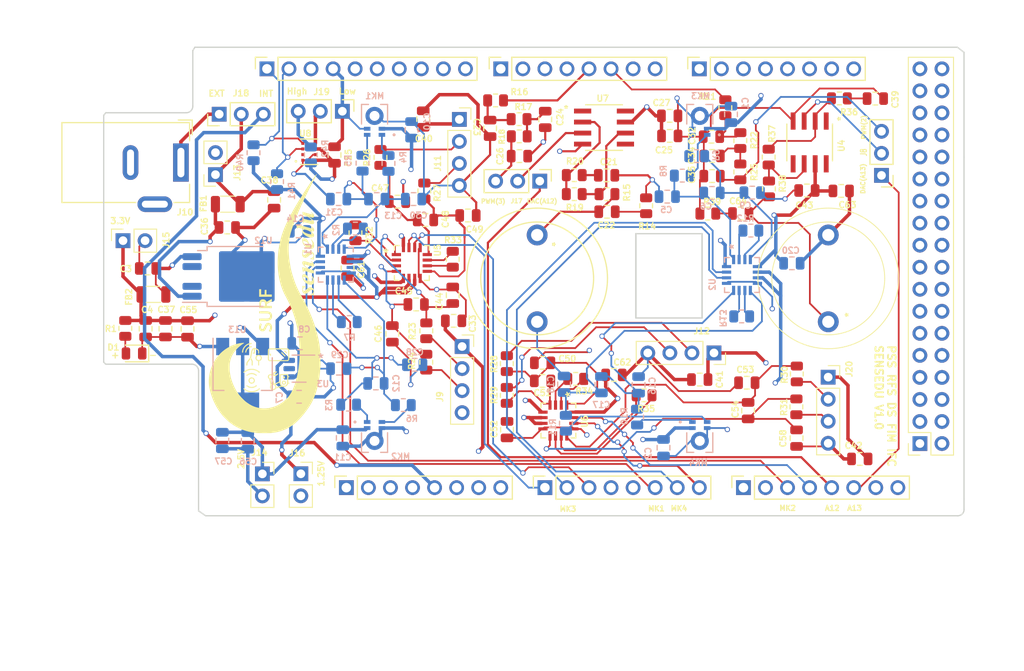
<source format=kicad_pcb>
(kicad_pcb (version 20241229) (generator "pcbnew") (generator_version "9.0")
  (title_block (date "mar. 31 mars 2015"))
  (layers (0 "F.Cu" signal) (4 "In1.Cu" power "GND") (6 "In2.Cu" power "PWR") (2 "B.Cu" signal) (13 "F.Paste" user) (15 "B.Paste" user) (5 "F.SilkS" user "F.Silkscreen") (7 "B.SilkS" user "B.Silkscreen") (1 "F.Mask" user) (3 "B.Mask" user) (25 "Edge.Cuts" user))
  (net 0 "")
  (net 1 "GND")
  (net 2 "/*52")
  (net 3 "/53")
  (net 4 "/50")
  (net 5 "/51")
  (net 6 "/48")
  (net 7 "/49")
  (net 8 "/*46")
  (net 9 "/47")
  (net 10 "/*44")
  (net 11 "/*45")
  (net 12 "/42")
  (net 13 "/43")
  (net 14 "/40")
  (net 15 "/41")
  (net 16 "/38")
  (net 17 "/39")
  (net 18 "/36")
  (net 19 "/37")
  (net 20 "/34")
  (net 21 "/35")
  (net 22 "/32")
  (net 23 "/33")
  (net 24 "/30")
  (net 25 "/31")
  (net 26 "/28")
  (net 27 "/29")
  (net 28 "/26")
  (net 29 "/27")
  (net 30 "/24")
  (net 31 "/25")
  (net 32 "/22")
  (net 33 "/23")
  (net 34 "/IOREF")
  (net 38 "/A10")
  (net 39 "/A11")
  (net 40 "/A15")
  (net 41 "/AREF")
  (net 42 "/*13")
  (net 43 "/*12")
  (net 44 "/*11")
  (net 45 "/*10")
  (net 46 "/*9")
  (net 47 "/*8")
  (net 48 "/*7")
  (net 49 "/*6")
  (net 50 "/*5")
  (net 51 "/*4")
  (net 52 "/*3")
  (net 53 "/*2")
  (net 54 "/TX0{slash}1")
  (net 55 "/RX0{slash}0")
  (net 56 "/TX3{slash}14")
  (net 57 "/RX3{slash}15")
  (net 58 "/TX2{slash}16")
  (net 59 "/RX2{slash}17")
  (net 60 "/TX1{slash}18")
  (net 61 "/RX1{slash}19")
  (net 62 "/SDA{slash}20")
  (net 63 "/SCL{slash}21")
  (net 64 "/~{RESET}")
  (net 66 "Net-(D1-A)")
  (net 67 "Net-(MK1-OUTPUT-)")
  (net 68 "Net-(MK1-OUTPUT+)")
  (net 69 "Net-(MK2-OUTPUT-)")
  (net 70 "Net-(MK2-OUTPUT+)")
  (net 71 "Net-(MK3-OUTPUT-)")
  (net 72 "Net-(MK3-OUTPUT+)")
  (net 73 "/SCL1")
  (net 74 "Net-(R32-Pad1)")
  (net 75 "+2.5V")
  (net 76 "+3.3V")
  (net 77 "/Vin")
  (net 78 "+1.25V_REF")
  (net 79 "/A5")
  (net 80 "A12")
  (net 81 "/A14")
  (net 82 "A13")
  (net 83 "Net-(R12-Pad1)")
  (net 84 "Net-(R33-Pad1)")
  (net 85 "/A0")
  (net 86 "/SDA1")
  (net 87 "/A6")
  (net 88 "/A1")
  (net 89 "/A2")
  (net 90 "/A7")
  (net 91 "/A3")
  (net 92 "/A4")
  (net 93 "Net-(J1-Pin_5)")
  (net 102 "Net-(U7-OUT)")
  (net 103 "Net-(U7-IN-)")
  (net 104 "Net-(U12-Q)")
  (net 105 "Net-(U12-I)")
  (net 106 "Net-(R7-Pad2)")
  (net 107 "Net-(R7-Pad1)")
  (net 108 "Net-(R32-Pad2)")
  (net 109 "Net-(R2-Pad2)")
  (net 110 "Net-(R2-Pad1)")
  (net 111 "Net-(J9-Pin_2)")
  (net 112 "Net-(J18-A)")
  (net 113 "Net-(J17-C)")
  (net 114 "Net-(J17-B)")
  (net 115 "Net-(J13-Pin_1)")
  (net 116 "Net-(J12-Pin_3)")
  (net 117 "Net-(J12-Pin_2)")
  (net 118 "Net-(J11-Pin_3)")
  (net 119 "Net-(J11-Pin_2)")
  (net 120 "Net-(C24-Pad1)")
  (net 121 "Net-(C23-Pad1)")
  (net 122 "Net-(C22-Pad2)")
  (net 123 "Net-(C21-Pad1)")
  (net 124 "Net-(U2--IN1)")
  (net 125 "Net-(U2-+IN1)")
  (net 126 "Net-(U1--IN2)")
  (net 127 "Net-(U1-+IN2)")
  (net 128 "Net-(U1--IN1)")
  (net 129 "Net-(U1-+IN1)")
  (net 130 "Net-(U2--IN2)")
  (net 131 "Net-(U2-+IN2)")
  (net 132 "Net-(C22-Pad1)")
  (net 133 "Net-(C32-Pad1)")
  (net 134 "Net-(C34-Pad1)")
  (net 135 "Net-(J8-B)")
  (net 136 "Net-(C39-Pad1)")
  (net 137 "Net-(U5--IN1)")
  (net 138 "Net-(U5-+IN1)")
  (net 139 "Net-(U5--IN2)")
  (net 140 "Net-(U5-+IN2)")
  (net 141 "Net-(U6--IN1)")
  (net 142 "Net-(U6-+IN1)")
  (net 143 "Net-(U6--IN2)")
  (net 144 "Net-(U6-+IN2)")
  (net 145 "Net-(C64-Pad1)")
  (net 146 "Net-(C64-Pad2)")
  (net 147 "Net-(J8-C)")
  (net 148 "Net-(J9-Pin_3)")
  (net 149 "Net-(J20-Pin_2)")
  (net 150 "Net-(J20-Pin_3)")
  (net 151 "Net-(MK4-OUTPUT+)")
  (net 152 "Net-(MK4-OUTPUT-)")
  (net 153 "Net-(R12-Pad2)")
  (net 154 "Net-(R13-Pad1)")
  (net 155 "Net-(R13-Pad2)")
  (net 156 "Net-(R33-Pad2)")
  (net 157 "Net-(R34-Pad1)")
  (net 158 "Net-(R34-Pad2)")
  (net 159 "Net-(R35-Pad1)")
  (net 160 "Net-(R35-Pad2)")
  (net 161 "Net-(U4-IN-)")
  (net 162 "Net-(U4-OUT)")
  (net 167 "Net-(J19-C)")
  (net 168 "Net-(J19-B)")
  (footprint "Connector_PinSocket_2.54mm:PinSocket_2x18_P2.54mm_Vertical" (layer "F.Cu") (at 193.98 92.38 180)
    (property "Reference" "J7" (hide yes))
    (property "Value" "Digital")
  )
  (footprint "Connector_PinSocket_2.54mm:PinSocket_1x08_P2.54mm_Vertical" (layer "F.Cu") (at 127.94 97.46 90)
    (property "Reference" "J1" (hide yes))
    (property "Value" "Power")
  )
  (footprint "Connector_PinSocket_2.54mm:PinSocket_1x08_P2.54mm_Vertical" (layer "F.Cu") (at 150.8 97.46 90)
    (property "Reference" "J3" (hide yes))
    (property "Value" "Analog")
  )
  (footprint "Connector_PinSocket_2.54mm:PinSocket_1x08_P2.54mm_Vertical" (layer "F.Cu") (at 173.66 97.46 90)
    (property "Reference" "J5" (hide yes))
    (property "Value" "Analog")
  )
  (footprint "Connector_PinSocket_2.54mm:PinSocket_1x10_P2.54mm_Vertical" (layer "F.Cu") (at 118.796 49.2 90)
    (property "Reference" "J2" (hide yes))
    (property "Value" "PWM")
  )
  (footprint "Connector_PinSocket_2.54mm:PinSocket_1x08_P2.54mm_Vertical" (layer "F.Cu") (at 145.72 49.2 90)
    (property "Reference" "J4" (hide yes))
    (property "Value" "PWM")
  )
  (footprint "Connector_PinSocket_2.54mm:PinSocket_1x08_P2.54mm_Vertical" (layer "F.Cu") (at 168.58 49.2 90)
    (property "Reference" "J6" (hide yes))
    (property "Value" "Communication")
  )
  (footprint "Resistor_SMD:R_0805_2012Metric" (layer "F.Cu") (at 147.85 56.98 180)
    (property "Reference" "R18")
    (property "Value" "4.7k")
  )
  (footprint "Capacitor_SMD:C_0805_2012Metric" (layer "F.Cu") (at 146.44 90.78 90)
    (property "Reference" "C52")
    (property "Value" "100p")
  )
  (footprint "Capacitor_SMD:C_0805_2012Metric" (layer "F.Cu") (at 180.97 63.22)
    (property "Reference" "C43")
    (property "Value" "1u")
  )
  (footprint "Capacitor_SMD:C_0805_2012Metric" (layer "F.Cu") (at 170.05 59.24 180)
    (property "Reference" "C34")
    (property "Value" "1n")
  )
  (footprint "Resistor_SMD:R_0805_2012Metric" (layer "F.Cu") (at 137.14 83 90)
    (property "Reference" "R24")
    (property "Value" "3.9k")
  )
  (footprint "Connector_PinHeader_2.54mm:PinHeader_1x03_P2.54mm_Vertical" (layer "F.Cu") (at 150.21 62.14 -90)
    (property "Reference" "J17")
    (property "Value" "Conn_03x01")
  )
  (footprint "Capacitor_SMD:C_0805_2012Metric" (layer "F.Cu") (at 140.19 75.29 -90)
    (property "Reference" "C44")
    (property "Value" "100p")
  )
  (footprint "Capacitor_SMD:C_0805_2012Metric" (layer "F.Cu") (at 169.98 57.02 180)
    (property "Reference" "C32")
    (property "Value" "1n")
  )
  (footprint "Resistor_SMD:R_0805_2012Metric" (layer "F.Cu") (at 176.57 59.37 -90)
    (property "Reference" "R37")
    (property "Value" "3k")
  )
  (footprint "Connector_BarrelJack:BarrelJack_Wuerth_6941xx301002" (layer "F.Cu") (at 108.89 60 -90)
    (property "Reference" "J10")
    (property "Value" "Barrel_Jack_Switch")
  )
  (footprint "Capacitor_SMD:C_0805_2012Metric" (layer "F.Cu") (at 157.9 61.47)
    (property "Reference" "C21")
    (property "Value" "100n")
  )
  (footprint "Capacitor_SMD:C_0805_2012Metric" (layer "F.Cu") (at 141.94 66.1 180)
    (property "Reference" "C49")
    (property "Value" "100p")
  )
  (footprint "Capacitor_SMD:C_0805_2012Metric" (layer "F.Cu") (at 165.17 54.62 180)
    (property "Reference" "C27")
    (property "Value" "100n")
  )
  (footprint "Arduino_MountingHole:MountingHole_3.2mm" (layer "F.Cu") (at 196.52 97.46)
    (property "Reference" "MH6" (hide yes))
    (property "Value" "MountingHole_3.2mm" (hide yes))
  )
  (footprint "Capacitor_SMD:C_0805_2012Metric" (layer "F.Cu") (at 119.62 64.3 -90)
    (property "Reference" "C38")
    (property "Value" "10u")
  )
  (footprint "Connector_PinSocket_2.54mm:PinSocket_1x04_P2.54mm_Vertical" (layer "F.Cu") (at 141.27 81.2)
    (property "Reference" "J9")
    (property "Value" "Conn_01x04_Pin")
  )
  (footprint "Resistor_SMD:R_0805_2012Metric" (layer "F.Cu") (at 154.18 61.45)
    (property "Reference" "R20")
    (property "Value" "1k")
  )
  (footprint "DPS310XTSA1:XDCR_DPS310XTSA1" (layer "F.Cu") (at 123.6525 58.76 180)
    (property "Reference" "U8")
    (property "Value" "DPS310XTSA1")
  )
  (footprint "Connector_PinHeader_2.54mm:PinHeader_1x03_P2.54mm_Vertical" (layer "F.Cu") (at 127.48 54.09 -90)
    (property "Reference" "J19")
    (property "Value" "Conn_03x01")
  )
  (footprint "Capacitor_SMD:C_0805_2012Metric" (layer "F.Cu") (at 174.05 85.37)
    (property "Reference" "C53")
    (property "Value" "100p")
  )
  (footprint "Speaker:328ST16M_Speaker" (layer "F.Cu") (at 183.43 73.35 90)
    (property "Reference" "LS2" (hide yes))
    (property "Value" "Speaker_Ultrasound")
  )
  (footprint "Capacitor_SMD:C_0805_2012Metric" (layer "F.Cu") (at 114.23 67.48)
    (property "Reference" "C36")
    (property "Value" "100n")
  )
  (footprint "Capacitor_SMD:C_0805_2012Metric" (layer "F.Cu") (at 133.24 79.74 90)
    (property "Reference" "C46")
    (property "Value" "100p")
  )
  (footprint "Resistor_SMD:R_0805_2012Metric" (layer "F.Cu") (at 176.6 63.04 -90)
    (property "Reference" "R38")
    (property "Value" "0")
  )
  (footprint "Capacitor_SMD:C_0805_2012Metric" (layer "F.Cu") (at 158.75 84.47)
    (property "Reference" "C62")
    (property "Value" "1u")
  )
  (footprint "Resistor_SMD:R_0805_2012Metric" (layer "F.Cu") (at 102.49 79.11 -90)
    (property "Reference" "R1")
    (property "Value" "47")
  )
  (footprint "Capacitor_SMD:C_0805_2012Metric" (layer "F.Cu") (at 174.2 88.59 -90)
    (property "Reference" "C54")
    (property "Value" "470p")
  )
  (footprint "Inductor_SMD:L_1206_3216Metric12" (layer "F.Cu") (at 114.14 64.8 180)
    (property "Reference" "FB1")
    (property "Value" "FerriteBead")
  )
  (footprint "Resistor_SMD:R_0805_2012Metric" (layer "F.Cu") (at 184.71 52.61)
    (property "Reference" "R36")
    (property "Value" "1k")
  )
  (footprint "Capacitor_SMD:C_0805_2012Metric" (layer "F.Cu") (at 173.35 65.87 180)
    (property "Reference" "C64")
    (property "Value" "DNI")
  )
  (footprint "wave colour:logo2" (layer "F.Cu") (at 118.53 76.2 90)
    (property "Reference" "G***")
    (property "Value" "LOGO" (hide yes))
  )
  (footprint "LED_SMD:LED_0805_2012Metric" (layer "F.Cu") (at 103.5 82 180)
    (property "Reference" "D1")
    (property "Value" "LED")
  )
  (footprint "Connector_PinSocket_2.54mm:PinSocket_1x04_P2.54mm_Vertical" (layer "F.Cu") (at 170.27 81.94 -90)
    (property "Reference" "J12")
    (property "Value" "Conn_01x04_Pin")
  )
  (footprint "Connector_PinHeader_2.54mm:PinHeader_1x03_P2.54mm_Vertical" (layer "F.Cu") (at 113.3 54.43 90)
    (property "Reference" "J18")
    (property "Value" "Conn_03x01")
  )
  (footprint "Capacitor_SMD:C_0805_2012Metric" (layer "F.Cu") (at 165.18 56.93 180)
    (property "Reference" "C25")
    (property "Value" "1u")
  )
  (footprint "Capacitor_SMD:C_0805_2012Metric" (layer "F.Cu") (at 137.05 66.62)
    (property "Reference" "C48")
    (property "Value" "470p")
  )
  (footprint "ADA4891-ARZ:ADA4891-1ARZ" (layer "F.Cu") (at 157.61 55.97)
    (property "Reference" "U7")
    (property "Value" "R_8_ADI" (hide yes))
  )
  (footprint "Resistor_SMD:R_0805_2012Metric" (layer "F.Cu") (at 179.76 88.15 90)
    (property "Reference" "R31")
    (property "Value" "3.9k")
  )
  (footprint "Arduino_MountingHole:MountingHole_3.2mm" (layer "F.Cu") (at 115.24 49.2)
    (property "Reference" "MH1" (hide yes))
    (property "Value" "MountingHole_3.2mm" (hide yes))
  )
  (footprint "Resistor_SMD:R_0805_2012Metric" (layer "F.Cu") (at 162.22 86.82 180)
    (property "Reference" "R35")
    (property "Value" "1k")
  )
  (footprint "Capacitor_SMD:C_0805_2012Metric" (layer "F.Cu") (at 150.84 55.03 -90)
    (property "Reference" "C24")
    (property "Value" "1n")
  )
  (footprint "Capacitor_SMD:C_0805_2012Metric" (layer "F.Cu") (at 168.63 85.01 180)
    (property "Reference" "C41")
    (property "Value" "100n")
  )
  (footprint "Resistor_SMD:R_0805_2012Metric" (layer "F.Cu") (at 147.83 55)
    (property "Reference" "R17")
    (property "Value" "4.7k")
  )
  (footprint "Resistor_SMD:R_0805_2012Metric" (layer "F.Cu") (at 179.81 84.36 90)
    (property "Reference" "R30")
    (property "Value" "3.9k")
  )
  (footprint "Capacitor_SMD:C_0805_2012Metric" (layer "F.Cu") (at 104.826 79.15 -90)
    (property "Reference" "C4")
    (property "Value" "100n")
  )
  (footprint "Resistor_SMD:R_0805_2012Metric" (layer "F.Cu") (at 137.15 79.39 90)
    (property "Reference" "R23")
    (property "Value" "3.9k")
  )
  (footprint "Resistor_SMD:R_0805_2012Metric" (layer "F.Cu") (at 173.3 57.4675 -90)
    (property "Reference" "R22")
    (property "Value" "4.7k")
  )
  (footprint "Resistor_SMD:R_0805_2012Metric" (layer "F.Cu") (at 169.5625 65.88)
    (property "Reference" "R39")
    (property "Value" "DNI")
  )
  (footprint "Capacitor_SMD:C_0805_2012Metric" (layer "F.Cu") (at 140.29 78.24)
    (property "Reference" "C33")
    (property "Value" "100n")
  )
  (footprint "Connector_PinSocket_2.54mm:PinSocket_1x04_P2.54mm_Vertical" (layer "F.Cu") (at 183.42 84.73)
    (property "Reference" "J20")
    (property "Value" "Conn_01x04_Pin")
  )
  (footprint "Connector_PinHeader_2.54mm:PinHeader_1x03_P2.54mm_Vertical" (layer "F.Cu") (at 189.56 61.48 180)
    (property "Reference" "J8")
    (property "Value" "Conn_03x01")
  )
  (footprint "Inductor_SMD:L_1206_3216Metric12" (layer "F.Cu") (at 105.58 75.2 180)
    (property "Reference" "FB2")
    (property "Value" "FerriteBead")
  )
  (footprint "Resistor_SMD:R_0805_2012Metric" (layer "F.Cu") (at 162.46 64.98 -90)
    (property "Reference" "R14")
    (property "Value" "DNI")
  )
  (footprint "Resistor_SMD:R_0805_2012Metric" (layer "F.Cu") (at 136.92 63.27 -90)
    (property "Reference" "R27")
    (property "Value" "3.9k")
  )
  (footprint "Speaker:328ST16M_Speaker" (layer "F.Cu") (at 149.91 73.35 -90)
    (property "Reference" "LS1" (hide yes))
    (property "Value" "Speaker_Ultrasound")
  )
  (footprint "Capacitor_SMD:C_0805_2012Metric" (layer "F.Cu") (at 128.08 72.19 -90)
    (property "Reference" "C61")
    (property "Value" "1u")
  )
  (footprint "Resistor_SMD:R_0805_2012Metric" (layer "F.Cu") (at 131.87 59.41 -90)
    (property "Reference" "R26")
    (property "Value" "3.9k")
  )
  (footprint "Resistor_SMD:R_0805_2012Metric" (layer "F.Cu") (at 154.18 63.64)
    (property "Reference" "R19")
    (property "Value" "3k")
  )
  (footprint "Connector_PinSocket_2.54mm:PinSocket_1x02_P2.54mm_Vertical" (layer "F.Cu") (at 118.27 95.875)
    (property "Reference" "J14")
    (property "Value" "Conn_02x01")
  )
  (footprint "Capacitor_SMD:C_0805_2012Metric" (layer "F.Cu") (at 126.58 59.13 90)
    (property "Reference" "C15")
    (property "Value" "100n")
  )
  (footprint "Capacitor_SMD:C_0805_2012Metric" (layer "F.Cu") (at 136.79 54.99 90)
    (property "Reference" "C40")
    (property "Value" "100n")
  )
  (footprint "Capacitor_SMD:C_0805_2012Metric" (layer "F.Cu") (at 107.112 79.15 -90)
    (property "Reference" "C37")
    (property "Value" "10u")
  )
  (footprint "Resistor_SMD:R_0805_2012Metric" (layer "F.Cu") (at 145.1225 52.84)
    (property "Reference" "R16")
    (property "Value" "4.7k")
  )
  (footprint "Capacitor_SMD:C_0805_2012Metric" (layer "F.Cu") (at 184.92 63.27 180)
    (property "Reference" "C63")
    (property "Value" "100n")
  )
  (footprint "Capacitor_SMD:C_0805_2012Metric" (layer "F.Cu") (at 157.95 65.67)
    (property "Reference" "C22")
    (property "Value" "DNI")
  )
  (footprint "Connector_PinSocket_2.54mm:PinSocket_1x02_P2.54mm_Vertical" (layer "F.Cu") (at 122.7 95.865)
    (property "Reference" "J16")
    (property "Value" "Conn_02x01")
  )
  (footprint "Capacitor_SMD:C_0805_2012Metric" (layer "F.Cu") (at 187.06 94.15 180)
    (property "Reference" "C42")
    (property "Value" "100n")
  )
  (footprint "Capacitor_SMD:C_0805_2012Metric" (layer "F.Cu") (at 144.49 56.06 -90)
    (property "Reference" "C23")
    (property "Value" "1n")
  )
  (footprint "Resistor_SMD:R_0805_2012Metric" (layer "F.Cu") (at 140.19 71.14 90)
    (property "Reference" "R33")
    (property "Value" "1k")
  )
  (footprint "Resistor_SMD:R_0805_2012Metric" (layer "F.Cu") (at 173.3 61.08 -90)
    (property "Reference" "R25")
    (property "Value" "4.7k")
  )
  (footprint "Capacitor_SMD:C_0805_2012Metric" (layer "F.Cu") (at 150.53 85.16)
    (property "Reference" "C51")
    (property "Value" "470p")
  )
  (footprint "AD8426:QFN65P400X400X100-16N" (layer "F.Cu") (at 135.48 71.57)
    (property "Reference" "U5")
    (property "Value" "AD8426ACPZ-R7")
  )
  (footprint "Connector_PinSocket_2.54mm:PinSocket_1x04_P2.54mm_Vertical" (layer "F.Cu") (at 140.95 55.03)
    (property "Reference" "J11")
    (property "Value" "Conn_01x04_Pin")
  )
  (footprint "Capacitor_SMD:C_0805_2012Metric" (layer "F.Cu") (at 170.05 61.56 180)
    (property "Reference" "C35")
    (property "Value" "1n")
  )
  (footprint "Capacitor_SMD:C_0805_2012Metric" (layer "F.Cu") (at 147.87 59.26)
    (property "Reference" "C26")
    (property "Value" "1n")
  )
  (footprint "Connector_PinSocket_2.54mm:PinSocket_1x02_P2.54mm_Vertical" (layer "F.Cu") (at 112.87 61.395 180)
    (property "Reference" "J13")
    (property "Value" "Conn_02x01")
  )
  (footprint "Connector_PinSocket_2.54mm:PinSocket_1x02_P2.54mm_Vertical" (layer "F.Cu") (at 102.225 69 90)
    (property "Reference" "J15")
    (property "Value" "Conn_02x01")
  )
  (footprint "Capacitor_SMD:C_0805_2012Metric" (layer "F.Cu") (at 135.98 76.35 180)
    (property "Reference" "C45")
    (property "Value" "470p")
  )
  (footprint "Resistor_SMD:R_0805_2012Metric" (layer "F.Cu") (at 157.95 63.64)
    (property "Reference" "R15")
    (property "Value" "0")
  )
  (footprint "Resistor_SMD:R_0805_2012Metric" (layer "F.Cu") (at 171.58 53.68 90)
    (property "Reference" "R21")
    (property "Value" "4.7k")
  )
  (footprint "Arduino_MountingHole:MountingHole_3.2mm" (layer "F.Cu") (at 113.97 97.46)
    (property "Reference" "MH2" (hide yes))
    (property "Value" "MountingHole_3.2mm" (hide yes))
  )
  (footprint "Resistor_SMD:R_0805_2012Metric" (layer "F.Cu") (at 146.42 83.17 -90)
    (property "Reference" "R28")
    (property "Value" "3.9k")
  )
  (footprint "Capacitor_SMD:C_0805_2012Metric" (layer "F.Cu") (at 188.85 52.63)
    (property "Reference" "C39")
    (property "Value" "100n")
  )
  (footprint "Capacitor_SMD:C_0805_2012Metric" (layer "F.Cu") (at 133.83 64.51 180)
    (property "Reference" "C47")
    (property "Value" "100p")
  )
  (footprint "Capacitor_SMD:C_0805_2012Metric" (layer "F.Cu") (at 109.652 79.172 -90)
    (property "Reference" "C55")
    (property "Value" "100n")
  )
  (footprint "Resistor_SMD:R_0805_2012Metric" (layer "F.Cu") (at 128.99 68.1 -90)
    (property "Reference" "R32")
    (property "Value" "1k")
  )
  (footprint "Resistor_SMD:R_0805_2012Metric" (layer "F.Cu") (at 154.35 84.93 180)
    (property "Reference" "R34")
    (property "Value" "1k")
  )
  (footprint "Capacitor_SMD:C_0805_2012Metric" (layer "F.Cu") (at 179.78 91.76 90)
    (property "Reference" "C58")
    (property "Value" "100p")
  )
  (footprint "ADA4891-ARZ:ADA4891-1ARZ" (layer "F.Cu") (at 181.2875 57.68495 -90)
    (property "Reference" "U4")
    (property "Value" "R_8_ADI" (hide yes))
  )
  (footprint "Capacitor_SMD:C_0805_2012Metric" (layer "F.Cu") (at 150.54 83.08)
    (property "Reference" "C50")
    (property "Value" "100p")
  )
  (footprint "AD8426:QFN65P400X400X100-16N" (layer "F.Cu") (at 152.355 89.725 -90)
    (property "Reference" "U6")
    (property "Value" "AD8426ACPZ-R7")
  )
  (footprint "Arduino_MountingHole:MountingHole_3.2mm" (layer "F.Cu") (at 190.17 49.2)
    (property "Reference" "MH5" (hide yes))
    (property "Value" "MountingHole_3.2mm" (hide yes))
  )
  (footprint "Capacitor_SMD:C_0805_2012Metric" (layer "F.Cu") (at 105.05 72.2 180)
    (property "Reference" "C3")
    (property "Value" "10u")
  )
  (footprint "Resistor_SMD:R_0805_2012Metric" (layer "F.Cu") (at 146.42 86.83 -90)
    (property "Reference" "R29")
    (property "Value" "3.9k")
  )
  (footprint "Capacitor_SMD:C_0805_2012Metric" (layer "B.Cu") (at 127.53 91.73 -90)
    (property "Reference" "C11")
    (property "Value" "100n")
  )
  (footprint "AD8426:QFN65P400X400X100-16N" (layer "B.Cu") (at 126.7275 71.76 -90)
    (property "Reference" "U1")
    (property "Value" "AD8426ACPZ-R7")
  )
  (footprint "Capacitor_SMD:C_0805_2012Metric" (layer "B.Cu") (at 135.81 83.3 180)
    (property "Reference" "C28")
    (property "Value" "100p")
  )
  (footprint "Resistor_SMD:R_0805_2012Metric" (layer "B.Cu") (at 128.2775 78.38 180)
    (property "Reference" "R7")
    (property "Value" "1k")
  )
  (footprint "Capacitor_SMD:C_0805_2012Metric" (layer "B.Cu") (at 153.01 85.55 -90)
    (property "Reference" "C18")
    (property "Value" "100p")
  )
  (footprint "Capacitor_SMD:C_0805_2012Metric" (layer "B.Cu") (at 174.67 63.47 180)
    (property "Reference" "C9")
    (property "Value" "100p")
  )
  (footprint "Resistor_SMD:R_0805_2012Metric" (layer "B.Cu") (at 119.96 62.2 90)
    (property "Reference" "R41")
    (property "Value" "10k")
  )
  (footprint "Capacitor_SMD:C_0805_2012Metric" (layer "B.Cu") (at 157.31 85.6 -90)
    (property "Reference" "C17")
    (property "Value" "470p")
  )
  (footprint "Resistor_SMD:R_0805_2012Metric" (layer "B.Cu") (at 161.42 89.33 90)
    (property "Reference" "R10")
    (property "Value" "3.9k")
  )
  (footprint "IM73A135V01XTSA1:MIC_IM73A135V01XTSA1" (layer "B.Cu") (at 131.185 91.395 180)
    (property "Reference" "MK2")
    (property "Value" "IM73A135V01XTSA1")
  )
  (footprint "Capacitor_SMD:C_0805_2012Metric" (layer "B.Cu") (at 127.05 64.21)
    (property "Reference" "C31")
    (property "Value" "100p")
  )
  (footprint "Capacitor_SMD:C_0805_2012Metric" (layer "B.Cu") (at 116.59 92.07 -90)
    (property "Reference" "C56")
    (property "Value" "10u")
  )
  (footprint "Resistor_SMD:R_0805_2012Metric" (layer "B.Cu") (at 173.46 77.73 180)
    (property "Reference" "R13")
    (property "Value" "1k")
  )
  (footprint "Resistor_SMD:R_0805_2012Metric" (layer "B.Cu") (at 117.25 58.87 -90)
    (property "Reference" "R40")
    (property "Value" "10k")
  )
  (footprint "Capacitor_SMD:C_0805_2012Metric" (layer "B.Cu") (at 179.24 71.61)
    (property "Reference" "C20")
    (property "Value" "1u")
  )
  (footprint "Resistor_SMD:R_0805_2012Metric" (layer "B.Cu") (at 134.5 87.95 180)
    (property "Reference" "R6")
    (property "Value" "3.9k")
  )
  (footprint "Capacitor_SMD:C_0805_2012Metric" (layer "B.Cu") (at 135.68 64.21 180)
    (property "Reference" "C30")
    (property "Value" "100p")
  )
  (footprint "Capacitor_SMD:C_0805_2012Metric" (layer "B.Cu") (at 113.66 92.03 -90)
    (property "Reference" "C57")
    (property "Value" "100n")
  )
  (footprint "Capacitor_SMD:C_0805_2012Metric" (layer "B.Cu") (at 122.6 80.83)
    (property "Reference" "C8")
    (property "Value" "100n")
  )
  (footprint "Resistor_SMD:R_0805_2012Metric" (layer "B.Cu") (at 168.28 59.26)
    (property "Reference" "R9")
    (property "Value" "3.9k")
  )
  (footprint "Capacitor_SMD:C_0805_2012Metric" (layer "B.Cu") (at 127.07 83.75)
    (property "Reference" "C29")
    (property "Value" "100p")
  )
  (footprint "Capacitor_SMD:C_0805_2012Metric" (layer "B.Cu") (at 172.23 54.45 90)
    (property "Reference" "C1")
    (property "Value" "100n")
  )
  (footprint "Package_TO_SOT_SMD:TO-252-4" (layer "B.Cu") (at 115.215 73.125)
    (property "Reference" "U12")
    (property "Value" "TLS850C2TE_V33")
  )
  (footprint "Capacitor_SMD:C_0805_2012Metric" (layer "B.Cu") (at 170.04 63.5)
    (property "Reference" "C6")
    (property "Value" "470p")
  )
  (footprint "Resistor_SMD:R_0805_2012Metric" (layer "B.Cu") (at 123.85 59.12 -90)
    (property "Reference" "R42")
    (property "Value" "10k")
  )
  (footprint "Resistor_SMD:R_0805_2012Metric" (layer "B.Cu") (at 129.8 60.07 -90)
    (property "Reference" "R5")
    (property "Value" "3.9k")
  )
  (footprint "IM73A135V01XTSA1:MIC_IM73A135V01XTSA1" (layer "B.Cu") (at 168.635 91.395 180)
    (property "Reference" "MK4")
    (property "Value" "IM73A135V01XTSA1")
  )
  (footprint "Resistor_SMD:R_0805_2012Metric" (layer "B.Cu") (at 153.22 90.04 90)
    (property "Reference" "R11")
    (property "Value" "3.9k")
  )
  (footprint "Package_TO_SOT_SMD:TSOT-23-6" (layer "B.Cu") (at 122.5 83.75 180)
    (property "Reference" "U3")
    (property "Value" "LT1790ACS6-1.25")
  )
  (footprint "Resistor_SMD:R_0805_2012Metric" (layer "B.Cu") (at 174.52 67.84)
    (property "Reference" "R12")
    (property "Value" "1k")
  )
  (footprint "IM73A135V01XTSA1:MIC_IM73A135V01XTSA1" (layer "B.Cu") (at 131.185 55.305)
    (property "Reference" "MK1")
    (property "Value" "IM73A135V01XTSA1")
  )
  (footprint "Capacitor_SMD:C_0805_2012Metric" (layer "B.Cu") (at 122.44 67.93)
    (property "Reference" "C14")
    (property "Value" "1u")
  )
  (footprint "AD8426:QFN65P400X400X100-16N" (layer "B.Cu") (at 173.495 72.955 -90)
    (property "Reference" "U2")
    (property "Value" "AD8426ACPZ-R7")
  )
  (footprint "Resistor_SMD:R_0805_2012Metric" (layer "B.Cu") (at 128.2 87.9 180)
    (property "Reference" "R3")
    (property "Value" "3.9k")
  )
  (footprint "Capacitor_SMD:C_0805_2012Metric" (layer "B.Cu") (at 164.46 92.86 -90)
    (property "Reference" "C2")
    (property "Value" "100n")
  )
  (footprint "Capacitor_SMD:C_0805_2012Metric" (layer "B.Cu") (at 164.89 63.93)
    (property "Reference" "C5")
    (property "Value" "100p")
  )
  (footprint "Capacitor_SMD:C_0805_2012Metric" (layer "B.Cu") (at 131.44 64.21 180)
    (property "Reference" "C13")
    (property "Value" "470p")
  )
  (footprint "Resistor_SMD:R_0805_2012Metric" (layer "B.Cu") (at 128.98 67.62)
    (property "Reference" "R2")
    (property "Value" "1k")
  )
  (footprint "Package_TO_SOT_SMD:SOT-223-3_TabPin2" (layer "B.Cu") (at 116 84.35 -90)
    (property "Reference" "U13")
    (property "Value" "NCP1117-2.5_SOT223")
  )
  (footprint "Capacitor_SMD:C_0805_2012Metric" (layer "B.Cu") (at 135.45 56.23 90)
    (property "Reference" "C10")
    (property "Value" "100n")
  )
  (footprint "Resistor_SMD:R_0805_2012Metric" (layer "B.Cu") (at 132.79 60.1 -90)
    (property "Reference" "R4")
    (property "Value" "3.9k")
  )
  (footprint "Resistor_SMD:R_0805_2012Metric" (layer "B.Cu") (at 166.62 61.51 180)
    (property "Reference" "R8")
    (property "Value" "3.9k")
  )
  (footprint "Capacitor_SMD:C_0805_2012Metric" (layer "B.Cu") (at 122.5 86.99 180)
    (property "Reference" "C7")
    (property "Value" "1u")
  )
  (footprint "Capacitor_SMD:C_0805_2012Metric" (layer "B.Cu") (at 131.34 85.45)
    (property "Reference" "C12")
    (property "Value" "470p")
  )
  (footprint "Capacitor_SMD:C_0805_2012Metric" (layer "B.Cu") (at 161.59 85.62 -90)
    (property "Reference" "C16")
    (property "Value" "100p")
  )
  (footprint "IM73A135V01XTSA1:MIC_IM73A135V01XTSA1" (layer "B.Cu") (at 168.635 55.305)
    (property "Reference" "MK3")
    (property "Value" "IM73A135V01XTSA1")
  )
  (gr_line (start 100 83) (end 100 54.56) (stroke (width 0.15)) (layer "Edge.Cuts"))
  (gr_line (start 110.16 83.236) (end 100.23 83.236) (stroke (width 0.15)) (layer "Edge.Cuts"))
  (gr_rect (start 161.29 68.2) (end 168.91 68.2) (stroke (width 0.15)) (fill no) (layer "Edge.Cuts"))
  (gr_line (start 100 83) (end 100.23 83.236) (stroke (width 0.15)) (layer "Edge.Cuts"))
  (gr_line (start 110.922 83.998) (end 110.922 100.15) (stroke (width 0.15)) (layer "Edge.Cuts"))
  (gr_line (start 198.357171 100.699721) (end 111.739171 100.7) (stroke (width 0.15)) (layer "Edge.Cuts"))
  (gr_line (start 110.942 100.15) (end 111.73 100.7) (stroke (width 0.15)) (layer "Edge.Cuts"))
  (gr_line (start 110.5 46.715) (end 198.3 46.715) (stroke (width 0.15)) (layer "Edge.Cuts"))
  (gr_arc (start 110.16 83.236) (mid 110.698815 83.459185) (end 110.922 83.998) (stroke (width 0.15)) (layer "Edge.Cuts"))
  (gr_line (start 199.06 59.36) (end 199.06 98.73) (stroke (width 0.15)) (layer "Edge.Cuts"))
  (gr_rect (start 168.8846 68.2) (end 168.91 77.91) (stroke (width 0.15)) (fill no) (layer "Edge.Cuts"))
  (gr_rect (start 161.2646 68.2) (end 161.29 77.91) (stroke (width 0.15)) (fill no) (layer "Edge.Cuts"))
  (gr_line (start 110.262 47.1) (end 110.262 53.5) (stroke (width 0.15)) (layer "Edge.Cuts"))
  (gr_line (start 109.5 54.262) (end 100.24 54.262) (stroke (width 0.15)) (layer "Edge.Cuts"))
  (gr_line (start 100 54.56) (end 100.24 54.262) (stroke (width 0.15)) (layer "Edge.Cuts"))
  (gr_arc (start 199.06 99.941563) (mid 198.874087 100.474066) (end 198.357171 100.699721) (stroke (width 0.15)) (layer "Edge.Cuts"))
  (gr_line (start 198.3 46.715) (end 199.06 47.3) (stroke (width 0.15)) (layer "Edge.Cuts"))
  (gr_line (start 110.262 47.1) (end 110.5 46.715) (stroke (width 0.15)) (layer "Edge.Cuts"))
  (gr_line (start 199.06 47.3) (end 199.06 59.36) (stroke (width 0.15)) (layer "Edge.Cuts"))
  (gr_line (start 199.06 98.734218) (end 199.06 99.941563) (stroke (width 0.15)) (layer "Edge.Cuts"))
  (gr_arc (start 110.262 53.5) (mid 110.038815 54.038815) (end 109.5 54.262) (stroke (width 0.15)) (layer "Edge.Cuts"))
  (gr_rect (start 161.29 77.91) (end 168.91 77.91) (stroke (width 0.15)) (fill no) (layer "Edge.Cuts"))
  (gr_text "MK2" (at 177.72 100.17 0) (layer "F.SilkS") (effects (font (size 0.6 0.6) (thickness 0.15) (bold yes)) (justify left bottom)))
  (gr_text "MK3" (at 152.43 100.27 0) (layer "F.SilkS") (effects (font (size 0.6 0.6) (thickness 0.15) (bold yes)) (justify left bottom)))
  (gr_text "A12\n" (at 182.96 100.18 0) (layer "F.SilkS") (effects (font (size 0.6 0.6) (thickness 0.15) (bold yes)) (justify left bottom)))
  (gr_text "MK1" (at 162.61 100.23 0) (layer "F.SilkS") (effects (font (size 0.6 0.6) (thickness 0.15) (bold yes)) (justify left bottom)))
  (gr_text "A13\n" (at 185.53 100.17 0) (layer "F.SilkS") (effects (font (size 0.6 0.6) (thickness 0.15) (bold yes)) (justify left bottom)))
  (gr_text "MK4" (at 165.21 100.21 0) (layer "F.SilkS") (effects (font (size 0.6 0.6) (thickness 0.15) (bold yes)) (justify left bottom)))
  (gr_text "PSS RFS DS FIM IFC\nSENSEDU V1.0\n" (at 188.73 80.94 270) (layer "F.SilkS") (effects (font (size 0.9 0.9) (thickness 0.2) (bold yes)) (justify left bottom)))
  (segment (start 138.34 74.63) (end 137.57 74.63) (width 0.2) (layer "F.Cu") (net 1))
  (segment (start 173.1 85.37) (end 172.14 86.33) (width 0.2) (layer "F.Cu") (net 1))
  (segment (start 123.4675 59.735) (end 124.1175 59.085) (width 0.2) (layer "F.Cu") (net 1))
  (segment (start 138.65 52.18) (end 141.94 52.18) (width 0.4) (layer "F.Cu") (net 1))
  (segment (start 186.11 94.15) (end 185.22 94.15) (width 0.4) (layer "F.Cu") (net 1))
  (segment (start 153.9628 90.52) (end 154.133 90.6902) (width 0.2) (layer "F.Cu") (net 1))
  (segment (start 136.27 69.9672) (end 136.4452 69.792) (width 0.2) (layer "F.Cu") (net 1))
  (segment (start 128.08 73.14) (end 128.56 73.14) (width 0.4) (layer "F.Cu") (net 1))
  (segment (start 126.58 58.18) (end 127.48 57.28) (width 0.4) (layer "F.Cu") (net 1))
  (segment (start 154.3212 58.7) (end 155.1462 57.875) (width 0.25) (layer "F.Cu") (net 1))
  (segment (start 135.35 85.59) (end 135.35 82.8) (width 0.2) (layer "F.Cu") (net 1))
  (segment (start 185.22 94.15) (end 183.42 92.35) (width 0.4) (layer "F.Cu") (net 1))
  (segment (start 162.46 62.7) (end 163.17 61.99) (width 0.2) (layer "F.Cu") (net 1))
  (segment (start 139.9 74.63) (end 140.19 74.34) (width 0.2) (layer "F.Cu") (net 1))
  (segment (start 104.4375 82) (end 104.4375 80.4885) (width 0.2) (layer "F.Cu") (net 1))
  (segment (start 168.65 65.88) (end 168.65 62.01) (width 0.2) (layer "F.Cu") (net 1))
  (segment (start 166.12 54.62) (end 166.12 52.68) (width 0.2) (layer "F.Cu") (net 1))
  (segment (start 167.68 85.01) (end 165.72 85.01) (width 0.4) (layer "F.Cu") (net 1))
  (segment (start 166.13 56.93) (end 166.13 54.63) (width 0.2) (layer "F.Cu") (net 1))
  (segment (start 134.49 64.22) (end 134.78 64.51) (width 0.25) (layer "F.Cu") (net 1))
  (segment (start 179.42 63.22) (end 178.45 64.19) (width 0.2) (layer "F.Cu") (net 1))
  (segment (start 184.02 92.35) (end 183.42 92.35) (width 0.4) (layer "F.Cu") (net 1))
  (segment (start 177.87135 53.71) (end 170.78 53.71) (width 0.2) (layer "F.Cu") (net 1))
  (segment (start 136.27 73.1728) (end 136.27 69.9672) (width 0.2) (layer "F.Cu") (net 1))
  (segment (start 127.48 57.28) (end 127.48 54.09) (width 0.4) (layer "F.Cu") (net 1))
  (segment (start 162.46 64.0675) (end 162.46 62.7) (width 0.2) (layer "F.Cu") (net 1))
  (segment (start 119.62 65.25) (end 119.54 65.25) (width 0.4) (layer "F.Cu") (net 1))
  (segment (start 121.9 61.31) (end 122.9275 60.2825) (width 0.2) (layer "F.Cu") (net 1))
  (segment (start 124.1175 59.085) (end 124.3775 59.085) (width 0.2) (layer "F.Cu") (net 1))
  (segment (start 179.78 92.71) (end 183.06 92.71) (width 0.2) (layer "F.Cu") (net 1))
  (segment (start 165.72 85.01) (end 162.65 81.94) (width 0.4) (layer "F.Cu") (net 1))
  (segment (start 150.82 81.85) (end 149.59 83.08) (width 0.2) (layer "F.Cu") (net 1))
  (segment (start 119.54 65.25) (end 117.31 67.48) (width 0.4) (layer "F.Cu") (net 1))
  (segment (start 150.7472 90.52) (end 153.9628 90.52) (width 0.2) (layer "F.Cu") (net 1))
  (segment (start 141.94 52.18) (end 143.1 53.34) (width 0.4) (layer "F.Cu") (net 1))
  (segment (start 160.12 84.47) (end 162.65 81.94) (width 0.4) (layer "F.Cu") (net 1))
  (segment (start 107.112 80.1) (end 109.63 80.1) (width 0.2) (layer "F.Cu") (net 1))
  (segment (start 128.56 73.14) (end 129.89 74.47) (width 0.4) (layer "F.Cu") (net 1))
  (segment (start 169.03 57.02) (end 166.22 57.02) (width 0.2) (layer "F.Cu") (net 1))
  (segment (start 140.95 62.65) (end 144.49 59.11) (width 0.25) (layer "F.Cu") (net 1))
  (segment (start 180.02 63.22) (end 179.42 63.22) (width 0.2) (layer "F.Cu") (net 1))
  (segment (start 141.7 77.78) (end 141.24 78.24) (width 0.2) (layer "F.Cu") (net 1))
  (segment (start 150.84 57.41) (end 150.62 57.63) (width 0.25) (layer "F.Cu") (net 1))
  (segment (start 154.94 90.7) (end 155.63 91.39) (width 0.2) (layer "F.Cu") (net 1))
  (segment (start 148.99 59.26) (end 150.62 57.63) (width 0.25) (layer "F.Cu") (net 1))
  (segment (start 188.64 51.47) (end 189.8 52.63) (width 0.2) (layer "F.Cu") (net 1))
  (segment (start 136.4452 73.348) (end 136.27 73.1728) (width 0.2) (layer "F.Cu") (net 1))
  (segment (start 169.9 54.59) (end 169.9 56.15) (width 0.2) (layer "F.Cu") (net 1))
  (segment (start 144.49 59.11) (end 144.49 57.01) (width 0.25) (layer "F.Cu") (net 1))
  (segment (start 185.87 63.27) (end 185.87 65.91) (width 0.4) (layer "F.Cu") (net 1))
  (segment (start 104.4375 80.4885) (end 104.826 80.1) (width 0.2) (layer "F.Cu") (net 1))
  (segment (start 142.32 64.02) (end 140.95 62.65) (width 0.2) (layer "F.Cu") (net 1))
  (segment (start 169.1 61.56) (end 169.1 59.24) (width 0.2) (layer "F.Cu") (net 1))
  (segment (start 166.13 54.63) (end 166.12 54.62) (width 0.2) (layer "F.Cu") (net 1))
  (segment (start 142.89 66.1) (end 142.89 64.59) (width 0.25) (layer "F.Cu") (net 1))
  (segment (start 104.1 72.2) (end 104.1 69.665) (width 0.2) (layer "F.Cu") (net 1))
  (segment (start 159.7 84.47) (end 160.12 84.47) (width 0.4) (layer "F.Cu") (net 1))
  (segment (start 179.3825 54.50995) (end 182.42245 51.47) (width 0.2) (layer "F.Cu") (net 1))
  (segment (start 148.82 59.26) (end 148.99 59.26) (width 0.25) (layer "F.Cu") (net 1))
  (segment (start 136.79 54.04) (end 138.65 52.18) (width 0.4) (layer "F.Cu") (net 1))
  (segment (start 179.3825 55.22115) (end 177.87135 53.71) (width 0.2) (layer "F.Cu") (net 1))
  (segment (start 166.22 57.02) (end 166.13 56.93) (width 0.2) (layer "F.Cu") (net 1))
  (segment (start 138.34 74.63) (end 139.9 74.63) (width 0.2) (layer "F.Cu") (net 1))
  (segment (start 180.02 63.22) (end 179.96 63.16) (width 0.2) (layer "F.Cu") (net 1))
  (segment (start 122.9275 59.735) (end 123.4675 59.735) (width 0.2) (layer "F.Cu") (net 1))
  (segment (start 163.17 61.99) (end 162.65 61.47) (width 0.25) (layer "F.Cu") (net 1))
  (segment (start 137.57 74.63) (end 136.455 73.515) (width 0.2) (layer "F.Cu") (net 1))
  (segment (start 122.9275 60.2825) (end 122.9275 59.735) (width 0.2) (layer "F.Cu") (net 1))
  (segment (start 140.19 74.34) (end 141.7 75.85) (width 0.2) (layer "F.Cu") (net 1))
  (segment (start 146.44 91.73) (end 149.38 91.73) (width 0.2) (layer "F.Cu") (net 1))
  (segment (start 166.2 86.33) (end 162.65 82.78) (width 0.2) (layer "F.Cu") (net 1))
  (segment (start 135.35 82.8) (end 133.24 80.69) (width 0.2) (layer "F.Cu") (net 1))
  (segment (start 162.65 61.47) (end 158.85 61.47) (width 0.25) (layer "F.Cu") (net 1))
  (segment (start 182.42245 51.47) (end 188.64 51.47) (width 0.2) (layer "F.Cu") (net 1))
  (segment (start 143.1 53.34) (end 143.1 55.62) (width 0.4) (layer "F.Cu") (net 1))
  (segment (start 168.65 62.01) (end 169.1 61.56) (width 0.2) (layer "F.Cu") (net 1))
  (segment (start 152.51 58.7) (end 154.3212 58.7) (width 0.25) (layer "F.Cu") (net 1))
  (segment (start 104.826 80.1) (end 107.112 80.1) (width 0.2) (layer "F.Cu") (net 1))
  (segment (start 162.65 82.78) (end 162.65 81.94) (width 0.2) (layer "F.Cu") (net 1))
  (segment (start 154.3 90.7) (end 154.94 90.7) (width 0.2) (layer "F.Cu") (net 1))
  (segment (start 115.18 67.85) (end 116.27 68.94) (width 0.4) (layer "F.Cu") (net 1))
  (segment (start 104.1 69.665) (end 104.765 69) (width 0.2) (layer "F.Cu") (net 1))
  (segment (start 169.9 56.15) (end 169.03 57.02) (width 0.2) (layer "F.Cu") (net 1))
  (segment (start 179.3825 55.22115) (end 179.3825 54.50995) (width 0.2) (layer "F.Cu") (net 1))
  (segment (start 172.14 86.33) (end 166.2 86.33) (width 0.2) (layer "F.Cu") (net 1))
  (segment (start 150.577 90.6902) (end 150.7472 90.52) (width 0.2) (layer "F.Cu") (net 1))
  (segment (start 141.7 75.85) (end 141.7 77.78) (width 0.2) (layer "F.Cu") (net 1))
  (segment (start 166.12 52.68) (end 166.02 52.58) (width 0.2) (layer "F.Cu") (net 1))
  (segment (start 143.1 55.62) (end 144.49 57.01) (width 0.4) (layer "F.Cu") (net 1))
  (segment (start 169.1 59.24) (end 169.1 57.09) (width 0.2) (layer "F.Cu") (net 1))
  (segment (start 185.87 65.91) (end 183.43 68.35) (width 0.4) (layer "F.Cu") (net 1))
  (segment (start 155.71 81.85) (end 150.82 81.85) (width 0.2) (layer "F.Cu") (net 1))
  (segment (start 110.71 81.18) (end 109.652 80.122) (width 0.4) (layer "F.Cu") (net 1))
  (segment (start 111.06 81.18) (end 110.71 81.18) (width 0.4) (layer "F.Cu") (net 1))
  (segment (start 183.06 92.71) (end 183.42 92.35) (width 0.2) (layer "F.Cu") (net 1))
  (segment (start 109.63 80.1) (end 109.652 80.122) (width 0.2) (layer "F.Cu") (net 1))
  (segment (start 142.89 64.59) (end 142.32 64.02) (width 0.25) (layer "F.Cu") (net 1))
  (segment (start 169.1 57.09) (end 169.03 57.02) (width 0.2) (layer "F.Cu") (net 1))
  (segment (start 149.38 91.73) (end 150.41 90.7) (width 0.2) (layer "F.Cu") (net 1))
  (segment (start 115.18 67.48) (end 115.18 67.85) (width 0.4) (layer "F.Cu") (net 1))
  (segment (start 134.49 62.2) (end 134.49 64.22) (width 0.25) (layer "F.Cu") (net 1))
  (segment (start 117.31 67.48) (end 115.18 67.48) (width 0.4) (layer "F.Cu") (net 1))
  (segment (start 170.78 53.71) (end 169.9 54.59) (width 0.2) (layer "F.Cu") (net 1))
  (segment (start 150.84 55.98) (end 150.84 57.41) (width 0.25) (layer "F.Cu") (net 1))
  (segment (start 155.92 81.64) (end 155.71 81.85) (width 0.2) (layer "F.Cu") (net 1))
  (via (at 138.34 74.63) (size 0.6) (drill 0.4) (layers "F.Cu" "B.Cu") (net 1))
  (via (at 178.45 64.19) (size 0.6) (drill 0.4) (layers "F.Cu" "B.Cu") (net 1))
  (via (at 150.62 57.63) (size 0.6) (drill 0.4) (layers "F.Cu" "B.Cu") (net 1))
  (via (at 118.52 68.75) (size 0.6) (drill 0.4) (layers "F.Cu" "B.Cu") (net 1))
  (via (at 134.49 62.2) (size 0.6) (drill 0.4) (layers "F.Cu" "B.Cu") (net 1))
  (via (at 155.63 91.39) (size 0.6) (drill 0.4) (layers "F.Cu" "B.Cu") (net 1))
  (via (at 163.17 61.99) (size 0.6) (drill 0.4) (layers "F.Cu" "B.Cu") (net 1))
  (via (at 129.89 74.47) (size 0.6) (drill 0.4) (layers "F.Cu" "B.Cu") (net 1))
  (via (at 176.98 76.85) (size 0.6) (drill 0.4) (layers "F.Cu" "B.Cu") (net 1))
  (via (at 152.51 58.7) (size 0.6) (drill 0.4) (layers "F.Cu" "B.Cu") (net 1))
  (via (at 135.35 85.59) (size 0.6) (drill 0.4) (layers "F.Cu" "B.Cu") (net 1))
  (via (at 111.06 81.18) (size 0.6) (drill 0.4) (layers "F.Cu" "B.Cu") (net 1))
  (via (at 121.9 61.31) (size 0.6) (drill 0.4) (layers "F.Cu" "B.Cu") (net 1))
  (via (at 116.27 68.94) (size 0.6) (drill 0.4) (layers "F.Cu" "B.Cu") (net 1))
  (via (at 166.02 52.58) (size 0.6) (drill 0.4) (layers "F.Cu" "B.Cu") (net 1))
  (via (at 134.84 91) (size 0.6) (drill 0.4) (layers "F.Cu" "B.Cu") (net 1))
  (via (at 126.45 85.96) (size 0.6) (drill 0.4) (layers "F.Cu" "B.Cu") (net 1))
  (via (at 171.81 90.76) (size 0.6) (drill 0.4) (layers "F.Cu" "B.Cu") (net 1))
  (via (at 155.92 81.64) (size 0.6) (drill 0.4) (layers "F.Cu" "B.Cu") (net 1))
  (segment (start 116.59 93.02) (end 116.59 96.735) (width 0.4) (layer "B.Cu") (net 1))
  (segment (start 114.8 70.41) (end 116.27 68.94) (width 0.4) (layer "B.Cu") (net 1))
  (segment (start 113.66 92.98) (end 116.55 92.98) (width 0.4) (layer "B.Cu") (net 1))
  (segment (start 124.9495 72.7252) (end 125.1347 72.54) (width 0.2) (layer "B.Cu") (net 1))
  (segment (start 118.98 69.21) (end 118.52 68.75) (width 0.2) (layer "B.Cu") (net 1))
  (segment (start 131.88 91.74) (end 131.88 90.75) (width 0.4) (layer "B.Cu") (net 1))
  (segment (start 169.485 90.595) (end 169.485 91.585) (width 0.2) (layer "B.Cu") (net 1))
  (segment (start 167.785 56.105) (end 167.785 55.115) (width 0.2) (layer "B.Cu") (net 1))
  (segment (start 135.45 55.28) (end 132.21 55.28) (width 0.2) (layer "B.Cu") (net 1))
  (segment (start 123.39 67.93) (end 122.11 69.21) (width 0.2) (layer "B.Cu") (net 1))
  (segment (start 134.435 90.595) (end 132.035 90.595) (width 0.4) (layer "B.Cu") (net 1))
  (segment (start 132.21 55.28) (end 131.89 54.96) (width 0.2) (layer "B.Cu") (net 1))
  (segment (start 126.45 85.96) (end 125.42 86.99) (width 0.4) (layer "B.Cu") (net 1))
  (segment (start 134.84 91) (end 134.435 90.595) (width 0.4) (layer "B.Cu") (net 1))
  (segment (start 171.645 90.595) (end 171.81 90.76) (width 0.2) (layer "B.Cu") (net 1))
  (segment (start 164.46 93.81) (end 165.86 93.81) (width 0.2) (layer "B.Cu") (net 1))
  (segment (start 180.19 71.61) (end 183.43 68.37) (width 0.4) (layer "B.Cu") (net 1))
  (segment (start 135.35 85.59) (end 135.35 84.71) (width 0.2) (layer "B.Cu") (net 1))
  (segment (start 176.98 76.85) (end 176.98 75.47) (width 0.2) (layer "B.Cu") (net 1))
  (segment (start 127.53 92.68) (end 129.54 92.68) (width 0.4) (layer "B.Cu") (net 1))
  (segment (start 130.335 55.115) (end 130.49 54.96) (width 0.2) (layer "B.Cu") (net 1))
  (segment (start 163.94 62.76) (end 163.17 61.99) (width 0.2) (layer "B.Cu") (net 1))
  (segment (start 167.785 55.115) (end 167.94 54.96) (width 0.2) (layer "B.Cu") (net 1))
  (segment (start 123.6375 82.8) (end 125.17 82.8) (width 0.2) (layer "B.Cu") (net 1))
  (segment (start 123.55 80.83) (end 123.55 82.7125) (width 0.4) (layer "B.Cu") (net 1))
  (segment (start 125.42 86.99) (end 123.45 86.99) (width 0.4) (layer "B.Cu") (net 1))
  (segment (start 136.63 64.21) (end 138.19 62.65) (width 0.2) (layer "B.Cu") (net 1))
  (segment (start 166.02 53.04) (end 166.02 52.58) (width 0.2) (layer "B.Cu") (net 1))
  (segment (start 129.89 74.47) (end 129.89 73.9525) (width 0.2) (layer "B.Cu") (net 1))
  (segment (start 129.54 92.68) (end 130.48 91.74) (width 0.4) (layer "B.Cu") (net 1))
  (segment (start 136.87 63.97) (end 136.63 64.21) (width 0.2) (layer "B.Cu") (net 1))
  (segment (start 126.12 85.12) (end 126.12 83.75) (width 0.2) (layer "B.Cu") (net 1))
  (segment (start 169.485 90.595) (end 171.645 90.595) (width 0.2) (layer "B.Cu") (net 1))
  (segment (start 165.86 93.81) (end 167.93 91.74) (width 0.2) (layer "B.Cu") (net 1))
  (segment (start 169.485 91.585) (end 169.33 91.74) (width 0.2) (layer "B.Cu") (net 1))
  (segment (start 127.48 50.264) (end 126.416 49.2) (width 0.4) (layer "B.Cu") (net 1))
  (segment (start 171.8972 73.74) (end 175.0928 73.74) (width 0.2) (layer "B.Cu") (net 1))
  (segment (start 126.1 64.21) (end 123.2 61.31) (width 0.25) (layer "B.Cu") (net 1))
  (segment (start 128.3203 72.54) (end 128.5055 72.7252) (width 0.2) (layer "B.Cu") (net 1))
  (segment (start 130.335 56.105) (end 129.495 56.105) (width 0.2) (layer "B.Cu") (net 1))
  (segment (start 111.08 81.2) (end 113.7 81.2) (width 0.4) (layer "B.Cu") (net 1))
  (segment (start 175.62 63.47) (end 176.34 64.19) (width 0.2) (layer "B.Cu") (net 1))
  (segment (start 167.94 54.96) (end 166.02 53.04) (width 0.2) (layer "B.Cu") (net 1))
  (segment (start 125.1347 72.54) (end 128.3203 72.54) (width 0.2) (layer "B.Cu") (net 1))
  (segment (start 129.89 73.9525) (end 128.6725 72.735) (width 0.2) (layer "B.Cu") (net 1))
  (segment (start 135.45 55.28) (end 136.87 56.7) (width 0.2) (layer "B.Cu") (net 1))
  (segment (start 118.52 68.75) (end 118.15 69.12) (width 0.4) (layer "B.Cu") (net 1))
  (segment (start 170.8 53.5) (end 172.23 53.5) (width 0.2) (layer "B.Cu") (net 1))
  (segment (start 163.94 63.93) (end 163.94 62.76) (width 0.2) (layer "B.Cu") (net 1))
  (segment (start 123.2 61.31) (end 121.9 61.31) (width 0.25) (layer "B.Cu") (net 1))
  (segment (start 149.91 81.5) (end 149.91 78.35) (width 0.2) (layer "B.Cu") (net 1))
  (segment (start 126.45 85.96) (end 126.45 85.45) (width 0.2) (layer "B.Cu") (net 1))
  (segment (start 125.17 82.8) (end 126.12 83.75) (width 0.2) (layer "B.Cu") (net 1))
  (segment (start 116.55 92.98) (end 116.59 93.02) (width 0.4) (layer "B.Cu") (net 1))
  (segment (start 171.717 73.9202) (end 171.8972 73.74) (width 0.2) (layer "B.Cu") (net 1))
  (segment (start 161.59 84.67) (end 162.65 83.61) (width 0.2) (layer "B.Cu") (net 1))
  (segment (start 118.15 69.12) (end 118.15 74.65) (width 0.4) (layer "B.Cu") (net 1))
  (segment (start 126.45 85.45) (end 126.12 85.12) (width 0.2) (layer "B.Cu") (net 1))
  (segment (start 114.8 71.6) (end 114.8 70.41) (width 0.4) (layer "B.Cu") (net 1))
  (segment (start 135.35 84.71) (end 136.76 83.3) (width 0.2) (layer "B.Cu") (net 1))
  (segment (start 183.43 68.37) (end 183.43 68.35) (width 0.4) (layer "B.Cu") (net 1))
  (segment (start 153.01 84.6) (end 149.91 81.5) (width 0.2) (layer "B.Cu") (net 1))
  (segment (start 111.06 81.18) (end 111.08 81.2) (width 0.4) (layer "B.Cu") (net 1))
  (segment (start 123.6375 83.75) (end 126.12 83.75) (width 0.2) (layer "B.Cu") (net 1))
  (segment (start 176.98 75.47) (end 175.44 73.93) (width 0.2) (layer "B.Cu") (net 1))
  (segment (start 122.11 69.21) (end 118.98 69.21) (width 0.2) (layer "B.Cu") (net 1))
  (segment (start 138.19 62.65) (end 140.95 62.65) (width 0.2) (layer "B.Cu") (net 1))
  (segment (start 169.34 54.96) (end 170.8 53.5) (width 0.2) (layer "B.Cu") (net 1))
  (segment (start 176.34 64.19) (end 178.45 64.19) (width 0.2) (layer "B.Cu") (net 1))
  (segment (start 136.87 56.7) (end 136.87 63.97) (width 0.2) (layer "B.Cu") (net 1))
  (segment (start 123.55 82.7125) (end 123.6375 82.8) (width 0.4) (layer "B.Cu") (net 1))
  (segment (start 127.48 54.09) (end 128.21 54.82) (width 0.2) (layer "B.Cu") (net 1))
  (segment (start 116.59 96.735) (end 118.27 98.415) (width 0.4) (layer "B.Cu") (net 1))
  (segment (start 175.0928 73.74) (end 175.273 73.9202) (width 0.2) (layer "B.Cu") (net 1))
  (segment (start 131.88 90.75) (end 132.035 90.595) (width 0.4) (layer "B.Cu") (net 1))
  (segment (start 162.65 83.61) (end 162.65 81.94) (width 0.2) (layer "B.Cu") (net 1))
  (segment (start 129.495 56.105) (end 127.48 54.09) (width 0.2) (layer "B.Cu") (net 1))
  (segment (start 127.48 54.09) (end 127.48 50.264) (width 0.4) (layer "B.Cu") (net 1))
  (segment (start 175.635 94.355) (end 178.74 97.46) (width 0.2) (layer "F.Cu") (net 38))
  (segment (start 128.39 92.31) (end 130.435 94.355) (width 0.2) (layer "F.Cu") (net 38))
  (segment (start 126.91 76.92) (end 128.39 78.4) (width 0.2) (layer "F.Cu") (net 38))
  (segment (start 124.82 76.92) (end 126.91 76.92) (width 0.2) (layer "F.Cu") (net 38))
  (segment (start 128.39 78.4) (end 128.39 92.31) (width 0.2) (layer "F.Cu") (net 38))
  (segment (start 130.435 94.355) (end 175.635 94.355) (width 0.2) (layer "F.Cu") (net 38))
  (via (at 124.82 76.92) (size 0.6) (drill 0.4) (layers "F.Cu" "B.Cu") (net 38))
  (segment (start 124.0825 76.1825) (end 124.0825 72.365) (width 0.2) (layer "B.Cu") (net 38))
  (segment (start 124.82 76.92) (end 124.0825 76.1825) (width 0.2) (layer "B.Cu") (net 38))
  (segment (start 124.3625 72.085) (end 124.7825 72.085) (width 0.2) (layer "B.Cu") (net 38))
  (segment (start 124.0825 72.365) (end 124.3625 72.085) (width 0.2) (layer "B.Cu") (net 38))
  (segment (start 154.3 89.4) (end 157.3305 89.4) (width 0.2) (layer "F.Cu") (net 39))
  (segment (start 160.94 92.29) (end 159.97 91.32) (width 0.2) (layer "F.Cu") (net 39))
  (segment (start 157.3305 89.4) (end 157.78 89.8495) (width 0.2) (layer "F.Cu") (net 39))
  (segment (start 160.94 92.88) (end 160.94 92.29) (width 0.2) (layer "F.Cu") (net 39))
  (via (at 159.97 91.32) (size 0.6) (drill 0.4) (layers "F.Cu" "B.Cu") (net 39))
  (via (at 160.94 92.88) (size 0.6) (drill 0.4) (layers "F.Cu" "B.Cu") (net 39))
  (via (at 157.78 89.8495) (size 0.6) (drill 0.4) (layers "F.Cu" "B.Cu") (net 39))
  (segment (start 162.92 94.86) (end 178.68 94.86) (width 0.2) (layer "B.Cu") (net 39))
  (segment (start 160.94 92.88) (end 162.92 94.86) (width 0.2) (layer "B.Cu") (net 39))
  (segment (start 158.4995 89.8495) (end 159.97 91.32) (width 0.2) (layer "B.Cu") (net 39))
  (segment (start 157.78 89.8495) (end 158.4995 89.8495) (width 0.2) (layer "B.Cu") (net 39))
  (segment (start 178.68 94.86) (end 181.28 97.46) (width 0.2) (layer "B.Cu") (net 39))
  (segment (start 146.035 52.84) (end 152.24 52.84) (width 0.25) (layer "F.Cu") (net 52))
  (segment (start 152.24 52.84) (end 155.88 49.2) (width 0.25) (layer "F.Cu") (net 52))
  (segment (start 160.8 51.58) (end 170.3925 51.58) (width 0.2) (layer "F.Cu") (net 53))
  (segment (start 158.42 49.2) (end 160.8 51.58) (width 0.2) (layer "F.Cu") (net 53))
  (segment (start 170.3925 51.58) (end 171.58 52.7675) (width 0.2) (layer "F.Cu") (net 53))
  (segment (start 102.49 81.9275) (end 102.5625 82) (width 0.2) (layer "F.Cu") (net 66))
  (segment (start 102.49 80.0225) (end 102.49 81.9275) (width 0.2) (layer "F.Cu") (net 66))
  (segment (start 130.335 56.805) (end 130.335 58.6225) (width 0.2) (layer "B.Cu") (net 67))
  (segment (start 130.335 58.6225) (end 129.8 59.1575) (width 0.2) (layer "B.Cu") (net 67))
  (segment (start 132.035 58.4325) (end 132.79 59.1875) (width 0.2) (layer "B.Cu") (net 68))
  (segment (start 132.035 56.805) (end 132.035 58.4325) (width 0.2) (layer "B.Cu") (net 68))
  (segment (start 133.4675 89.895) (end 132.035 89.895) (width 0.2) (layer "B.Cu") (net 69))
  (segment (start 135.4125 87.95) (end 133.4675 89.895) (width 0.2) (layer "B.Cu") (net 69))
  (segment (start 130.335 89.895) (end 130.335 89.1225) (width 0.2) (layer "B.Cu") (net 70))
  (segment (start 130.335 89.1225) (end 129.1125 87.9) (width 0.2) (layer "B.Cu") (net 70))
  (segment (start 167.3675 59.26) (end 167.3675 57.2225) (width 0.2) (layer "B.Cu") (net 71))
  (segment (start 167.3675 57.2225) (end 167.785 56.805) (width 0.2) (layer "B.Cu") (net 71))
  (segment (start 167.5325 61.51) (end 168.4 60.6425) (width 0.2) (layer "B.Cu") (net 72))
  (segment (start 168.4 60.6425) (end 168.4 57.89) (width 0.2) (layer "B.Cu") (net 72))
  (segment (start 168.4 57.89) (end 169.485 56.805) (width 0.2) (layer "B.Cu") (net 72))
  (segment (start 119.36 57.23) (end 122.3725 57.23) (width 0.2) (layer "F.Cu") (net 73))
  (segment (start 122.3725 57.23) (end 122.9275 57.785) (width 0.2) (layer "F.Cu") (net 73))
  (via (at 119.36 57.23) (size 0.6) (drill 0.4) (layers "F.Cu" "B.Cu") (net 73))
  (segment (start 119.36 57.23) (end 118.6325 57.9575) (width 0.2) (layer "B.Cu") (net 73))
  (segment (start 118.6325 57.9575) (end 117.25 57.9575) (width 0.2) (layer "B.Cu") (net 73))
  (segment (start 119.36 57.23) (end 120.21 56.38) (width 0.2) (layer "B.Cu") (net 73))
  (segment (start 120.21 50.614) (end 118.796 49.2) (width 0.2) (layer "B.Cu") (net 73))
  (segment (start 120.21 56.38) (end 120.21 50.614) (width 0.2) (layer "B.Cu") (net 73))
  (segment (start 132.5 70.000244) (end 132.5 70.692598) (width 0.2) (layer "F.Cu") (net 74))
  (segment (start 129.687256 67.1875) (end 132.5 70.000244) (width 0.2) (layer "F.Cu") (net 74))
  (segment (start 133.052402 71.245) (end 133.535 71.245) (width 0.2) (layer "F.Cu") (net 74))
  (segment (start 128.99 67.1875) (end 129.687256 67.1875) (width 0.2) (layer "F.Cu") (net 74))
  (segment (start 132.5 70.692598) (end 133.052402 71.245) (width 0.2) (layer "F.Cu") (net 74))
  (segment (start 139.34 78.24) (end 139.34 79.27) (width 0.4) (layer "F.Cu") (net 75))
  (segment (start 176.25 83.08) (end 175.11 81.94) (width 0.4) (layer "F.Cu") (net 75))
  (segment (start 141.27 81.2) (end 143.65 83.58) (width 0.4) (layer "F.Cu") (net 75))
  (segment (start 143.65 92.77) (end 143.16 93.26) (width 0.4) (layer "F.Cu") (net 75))
  (segment (start 188.01 94.15) (end 185.7 91.84) (width 0.4) (layer "F.Cu") (net 75))
  (segment (start 175.11 81.94) (end 170.27 81.94) (width 0.4) (layer "F.Cu") (net 75))
  (segment (start 136.79 55.94) (end 137.18 55.55) (width 0.4) (layer "F.Cu") (net 75))
  (segment (start 143.65 83.58) (end 143.65 92.77) (width 0.4) (layer "F.Cu") (net 75))
  (segment (start 137.18 55.55) (end 140.43 55.55) (width 0.4) (layer "F.Cu") (net 75))
  (segment (start 139.34 79.27) (end 141.27 81.2) (width 0.4) (layer "F.Cu") (net 75))
  (segment (start 185.7 91.84) (end 185.7 85.68) (width 0.4) (layer "F.Cu") (net 75))
  (segment (start 140.43 55.55) (end 140.95 55.03) (width 0.4) (layer "F.Cu") (net 75))
  (segment (start 169.58 82.63) (end 170.27 81.94) (width 0.4) (layer "F.Cu") (net 75))
  (segment (start 169.58 85.01) (end 169.58 82.63) (width 0.4) (layer "F.Cu") (net 75))
  (segment (start 185.7 85.68) (end 184.75 84.73) (width 0.4) (layer "F.Cu") (net 75))
  (segment (start 184.75 84.73) (end 183.42 84.73) (width 0.4) (layer "F.Cu") (net 75))
  (via (at 162.09 91.92) (size 0.6) (drill 0.4) (layers "F.Cu" "B.Cu") (net 75))
  (via (at 176.25 83.08) (size 0.6) (drill 0.4) (layers "F.Cu" "B.Cu") (net 75))
  (via (at 135.38 60.79) (size 0.6) (drill 0.4) (layers "F.Cu" "B.Cu") (net 75))
  (via (at 143.16 93.26) (size 0.6) (drill 0.4) (layers "F.Cu" "B.Cu") (net 75))
  (via (at 175.68 52.29) (size 0.6) (drill 0.4) (layers "F.Cu" "B.Cu") (net 75))
  (segment (start 171.525 56.105) (end 172.23 55.4) (width 0.4) (layer "B.Cu") (net 75))
  (segment (start 164.45 91.92) (end 164.46 91.91) (width 0.4) (layer "B.Cu") (net 75))
  (segment (start 135.45 57.18) (end 135.45 60.72) (width 0.4) (layer "B.Cu") (net 75))
  (segment (start 132.035 56.105) (end 134.375 56.105) (width 0.4) (layer "B.Cu") (net 75))
  (segment (start 134.375 56.105) (end 135.45 57.18) (width 0.4) (layer "B.Cu") (net 75))
  (segment (start 162.09 91.92) (end 164.45 91.92) (width 0.4) (layer "B.Cu") (net 75))
  (segment (start 124.57 90.78) (end 127.53 90.78) (width 0.4) (layer "B.Cu") (net 75))
  (segment (start 165.775 90.595) (end 164.46 91.91) (width 0.4) (layer "B.Cu") (net 75))
  (segment (start 127.53 90.78) (end 130.15 90.78) (width 0.4) (layer "B.Cu") (net 75))
  (segment (start 119.475 95.875) (end 124.57 90.78) (width 0.4) (layer "B.Cu") (net 75))
  (segment (start 118.27 95.875) (end 119.475 95.875) (width 0.4) (layer "B.Cu") (net 75))
  (segment (start 135.45 60.72) (end 135.38 60.79) (width 0.4) (layer "B.Cu") (net 75))
  (segment (start 118.27 92.8) (end 118.27 95.875) (width 0.4) (layer "B.Cu") (net 75))
  (segment (start 116 81.2) (end 116 87.5) (width 0.4) (layer "B.Cu") (net 75))
  (segment (start 116.59 91.12) (end 116.59 88.09) (width 0.4) (layer "B.Cu") (net 75))
  (segment (start 175.68 52.72) (end 173 55.4) (width 0.4) (layer "B.Cu") (net 75))
  (segment (start 167.785 90.595) (end 165.775 90.595) (width 0.4) (layer "B.Cu") (net 75))
  (segment (start 116.59 88.09) (end 116 87.5) (width 0.4) (layer "B.Cu") (net 75))
  (segment (start 116.59 91.12) (end 118.27 92.8) (width 0.4) (layer "B.Cu") (net 75))
  (segment (start 173 55.4) (end 172.23 55.4) (width 0.4) (layer "B.Cu") (net 75))
  (segment (start 169.485 56.105) (end 171.525 56.105) (width 0.4) (layer "B.Cu") (net 75))
  (segment (start 167.74 90.55) (end 167.785 90.595) (width 0.2) (layer "B.Cu") (net 75))
  (segment (start 130.15 90.78) (end 130.335 90.595) (width 0.4) (layer "B.Cu") (net 75))
  (segment (start 113.66 91.08) (end 116.55 91.08) (width 0.4) (layer "B.Cu") (net 75))
  (segment (start 116.55 91.08) (end 116.59 91.12) (width 0.4) (layer "B.Cu") (net 75))
  (segment (start 175.68 52.29) (end 175.68 52.72) (width 0.4) (layer "B.Cu") (net 75))
  (segment (start 104.305 77.679) (end 104.826 78.2) (width 0.4) (layer "F.Cu") (net 76))
  (segment (start 163.56 54.62) (end 162.53 53.59) (width 0.4) (layer "F.Cu") (net 76))
  (segment (start 102.49 78.1975) (end 104.8235 78.1975) (width 0.4) (layer "F.Cu") (net 76))
  (segment (start 104.826 78.2) (end 107.112 78.2) (width 0.4) (layer "F.Cu") (net 76))
  (segment (start 159.18 87.19) (end 157.8 85.81) (width 0.4) (layer "F.Cu") (net 76))
  (segment (start 149.07 87.41) (end 150.41 88.75) (width 0.4) (layer "F.Cu") (net 76))
  (segment (start 164.23 54.63) (end 164.22 54.62) (width 0.4) (layer "F.Cu") (net 76))
  (segment (start 126.3 61.91) (end 126.58 61.63) (width 0.4) (layer "F.Cu") (net 76))
  (segment (start 126.235 59.735) (end 126.58 60.08) (width 0.4) (layer "F.Cu") (net 76))
  (segment (start 104.005 75.075) (end 104.07 75.14) (width 0.4) (layer "F.Cu") (net 76))
  (segment (start 134.22 73.8) (end 134.505 73.515) (width 0.4) (layer "F.Cu") (net 76))
  (segment (start 164.23 56.93) (end 164.23 54.63) (width 0.4) (layer "F.Cu") (net 76))
  (segment (start 126.58 61.63) (end 126.58 60.08) (width 0.4) (layer "F.Cu") (net 76))
  (segment (start 181.97 63.27) (end 181.92 63.22) (width 0.4) (layer "F.Cu") (net 76))
  (segment (start 124.935 58.435) (end 126.58 60.08) (width 0.4) (layer "F.Cu") (net 76))
  (segment (start 102.225 69) (end 102.225 73.12) (width 0.4) (layer "F.Cu") (net 76))
  (segment (start 109.652 78.222) (end 112.178 78.222) (width 0.4) (layer "F.Cu") (net 76))
  (segment (start 107.112 78.2) (end 107.134 78.222) (width 0.25) (layer "F.Cu") (net 76))
  (segment (start 181.92 63.22) (end 181.92 60.15125) (width 0.4) (layer "F.Cu") (net 76))
  (segment (start 134.505 68.685) (end 134.505 69.625) (width 0.4) (layer "F.Cu") (net 76))
  (segment (start 128.08 71.24) (end 129.512252 71.24) (width 0.4) (layer "F.Cu") (net 76))
  (segment (start 131.1895 73.06) (end 131.9295 73.8) (width 0.4) (layer "F.Cu") (net 76))
  (segment (start 124.3775 59.735) (end 126.235 59.735) (width 0.4) (layer "F.Cu") (net 76))
  (segment (start 157.8 85.81) (end 157.8 84.47) (width 0.4) (layer "F.Cu") (net 76))
  (segment (start 112.178 78.222) (end 112.81 77.59) (width 0.4) (layer "F.Cu") (net 76))
  (segment (start 162.53 53.59) (end 160.785 55.335) (width 0.4) (layer "F.Cu") (net 76))
  (segment (start 181.92 60.15125) (end 181.9225 60.14875) (width 0.4) (layer "F.Cu") (net 76))
  (segment (start 148.55 87.41) (end 149.07 87.41) (width 0.4) (layer "F.Cu") (net 76))
  (segment (start 104.305 75.2) (end 104.305 77.679) (width 0.4) (layer "F.Cu") (net 76))
  (segment (start 183.97 63.27) (end 181.97 63.27) (width 0.4) (layer "F.Cu") (net 76))
  (segment (start 129.512252 71.24) (end 130.41395 70.338302) (width 0.4) (layer "F.Cu") (net 76))
  (segment (start 159.18 87.19) (end 157.62 88.75) (width 0.4) (layer "F.Cu") (net 76))
  (segment (start 131.9295 73.8) (end 134.22 73.8) (width 0.4) (layer "F.Cu") (net 76))
  (segment (start 134.28 68.46) (end 134.505 68.685) (width 0.4) (layer "F.Cu") (net 76))
  (segment (start 157.62 88.75) (end 154.3 88.75) (width 0.4) (layer "F.Cu") (net 76))
  (segment (start 104.8235 78.1975) (end 104.826 78.2) (width 0.25) (layer "F.Cu") (net 76))
  (segment (start 164.22 54.62) (end 163.56 54.62) (width 0.4) (layer "F.Cu") (net 76))
  (segment (start 102.225 73.12) (end 104.305 75.2) (width 0.4) (layer "F.Cu") (net 76))
  (segment (start 124.3775 58.435) (end 124.935 58.435) (width 0.4) (layer "F.Cu") (net 76))
  (segment (start 177.19 66.06) (end 179.08 66.06) (width 0.4) (layer "F.Cu") (net 76))
  (segment (start 160.785 55.335) (end 160.0738 55.335) (width 0.4) (layer "F.Cu") (net 76))
  (segment (start 107.134 78.222) (end 109.652 78.222) (width 0.4) (layer "F.Cu") (net 76))
  (segment (start 179.08 66.06) (end 181.92 63.22) (width 0.4) (layer "F.Cu") (net 76))
  (via (at 171.03 68.98) (size 0.6) (drill 0.4) (layers "F.Cu" "B.Cu") (net 76))
  (via (at 148.55 87.41) (size 0.6) (drill 0.4) (layers "F.Cu" "B.Cu") (net 76))
  (via (at 126.3 61.91) (size 0.6) (drill 0.4) (layers "F.Cu" "B.Cu") (net 76))
  (via (at 159.18 87.19) (size 0.6) (drill 0.4) (layers "F.Cu" "B.Cu") (net 76))
  (via (at 130.41395 70.338302) (size 0.6) (drill 0.4) (layers "F.Cu" "B.Cu") (net 76))
  (via (at 162.53 53.59) (size 0.6) (drill 0.4) (layers "F.Cu" "B.Cu") (net 76))
  (via (at 131.1895 73.06) (size 0.6) (drill 0.4) (layers "F.Cu" "B.Cu") (net 76))
  (via (at 177.19 66.06) (size 0.6) (drill 0.4) (layers "F.Cu" "B.Cu") (net 76))
  (via (at 115.7 79.03) (size 0.6) (drill 0.4) (layers "F.Cu" "B.Cu") (net 76))
  (via (at 121.46 78.5) (size 0.6) (drill 0.4) (layers "F.Cu" "B.Cu") (net 76))
  (via (at 134.28 68.46) (size 0.6) (drill 0.4) (layers "F.Cu" "B.Cu") (net 76))
  (via (at 125.25 66.44) (size 0.6) (drill 0.4) (layers "F.Cu" "B.Cu") (net 76))
  (via (at 112.81 77.59) (size 0.6) (drill 0.4) (layers "F.Cu" "B.Cu") (net 76))
  (segment (start 125.25 66.44) (end 122.98 66.44) (width 0.4) (layer "B.Cu") (net 76))
  (segment (start 122.98 66.44) (end 121.49 67.93) (width 0.4) (layer "B.Cu") (net 76))
  (segment (start 121.65 78.69) (end 121.65 80.83) (width 0.4) (layer "B.Cu") (net 76))
  (segment (start 129.967252 70.785) (end 128.6725 70.785) (width 0.4) (layer "B.Cu") (net 76))
  (segment (start 171.03 68.98) (end 171.55 69.5) (width 0.4) (layer "B.Cu") (net 76))
  (segment (start 171.55 69.5) (end 171.55 71.98) (width 0.4) (layer "B.Cu") (net 76))
  (segment (start 116.13 79.03) (end 118.3 81.2) (width 0.4) (layer "B.Cu") (net 76))
  (segment (start 177.19 66.06) (end 177.39 66.26) (width 0.4) (layer "B.Cu") (net 76))
  (segment (start 121.46 78.5) (end 121.65 78.69) (width 0.4) (layer "B.Cu") (net 76))
  (segment (start 119.1825 63.1125) (end 119.96 63.1125) (width 0.4) (layer "B.Cu") (net 76))
  (segment (start 121.46 67.93) (end 121.49 67.93) (width 0.4) (layer "B.Cu") (net 76))
  (segment (start 119.96 63.1125) (end 121.9225 63.1125) (width 0.4) (layer "B.Cu") (net 76))
  (segment (start 125.25 66.44) (end 124.7825 66.9075) (width 0.4) (layer "B.Cu") (net 76))
  (segment (start 178.29 71.61) (end 177.39 70.71) (width 0.4) (layer "B.Cu") (net 76))
  (segment (start 121.65 80.83) (end 122.5 81.68) (width 0.4) (layer "B.Cu") (net 76))
  (segment (start 130.41395 70.338302) (end 129.967252 70.785) (width 0.4) (layer "B.Cu") (net 76))
  (segment (start 177.39 66.26) (end 177.39 70.03) (width 0.4) (layer "B.Cu") (net 76))
  (segment (start 122.024999 84.7) (end 121.3625 84.7) (width 0.4) (layer "B.Cu") (net 76))
  (segment (start 122.5 81.68) (end 122.5 84.224999) (width 0.4) (layer "B.Cu") (net 76))
  (segment (start 177.39 70.71) (end 177.39 70.03) (width 0.4) (layer "B.Cu") (net 76))
  (segment (start 122.5 84.224999) (end 122.024999 84.7) (width 0.4) (layer "B.Cu") (net 76))
  (segment (start 117.25 59.7825) (end 117.25 61.18) (width 0.4) (layer "B.Cu") (net 76))
  (segment (start 124.7825 66.9075) (end 124.7825 70.785) (width 0.4) (layer "B.Cu") (net 76))
  (segment (start 117.25 61.18) (end 119.1825 63.1125) (width 0.4) (layer "B.Cu") (net 76))
  (segment (start 123.85 60.74) (end 123.85 60.0325) (width 0.4) (layer "B.Cu") (net 76))
  (segment (start 121.9225 63.1125) (end 125.25 66.44) (width 0.4) (layer "B.Cu") (net 76))
  (segment (start 115.7 79.03) (end 116.13 79.03) (width 0.4) (layer "B.Cu") (net 76))
  (segment (start 177.39 70.03) (end 175.44 71.98) (width 0.4) (layer "B.Cu") (net 76))
  (segment (start 126.3 61.91) (end 125.02 61.91) (width 0.4) (layer "B.Cu") (net 76))
  (segment (start 125.02 61.91) (end 123.85 60.74) (width 0.4) (layer "B.Cu") (net 76))
  (segment (start 149.67 90.05) (end 149.02 89.4) (width 0.4) (layer "F.Cu") (net 78))
  (segment (start 120.51 93.675) (end 122.7 95.865) (width 0.4) (layer "F.Cu") (net 78))
  (segment (start 135.805 73.515) (end 135.805 74.045) (width 0.4) (layer "F.Cu") (net 78))
  (segment (start 120.78 77.43) (end 122.7 75.51) (width 0.4) (layer "F.Cu") (net 78))
  (segment (start 131.95 75) (end 131.44 75.51) (width 0.4) (layer "F.Cu") (net 78))
  (segment (start 122.7 75.51) (end 131.44 75.51) (width 0.4) (layer "F.Cu") (net 78))
  (segment (start 135.155 74.015) (end 134.68 74.49) (width 0.4) (layer "F.Cu") (net 78))
  (segment (start 148.38 89.38) (end 149 89.38) (width 0.4) (layer "F.Cu") (net 78))
  (segment (start 150.41 90.05) (end 149.67 90.05) (width 0.4) (layer "F.Cu") (net 78))
  (segment (start 135.155 73.515) (end 135.155 74.015) (width 0.4) (layer "F.Cu") (net 78))
  (segment (start 149.02 89.4) (end 150.41 89.4) (width 0.4) (layer "F.Cu") (net 78))
  (segment (start 120.51 93.12) (end 120.51 93.675) (width 0.4) (layer "F.Cu") (net 78))
  (segment (start 135.805 74.045) (end 134.85 75) (width 0.4) (layer "F.Cu") (net 78))
  (segment (start 134.85 75) (end 131.95 75) (width 0.4) (layer "F.Cu") (net 78))
  (segment (start 132.46 74.49) (end 131.44 75.51) (width 0.4) (layer "F.Cu") (net 78))
  (segment (start 134.68 74.49) (end 132.46 74.49) (width 0.4) (layer "F.Cu") (net 78))
  (via (at 120.51 93.12) (size 0.6) (drill 0.4) (layers "F.Cu" "B.Cu") (net 78))
  (via (at 148.38 89.38) (size 0.6) (drill 0.4) (layers "F.Cu" "B.Cu") (net 78))
  (via (at 177.33 85.39) (size 0.6) (drill 0.4) (layers "F.Cu" "B.Cu") (net 78))
  (via (at 131.44 75.51) (size 0.6) (drill 0.4) (layers "F.Cu" "B.Cu") (net 78))
  (via (at 120.78 77.43) (size 0.6) (drill 0.4) (layers "F.Cu" "B.Cu") (net 78))
  (segment (start 130.51 72.31) (end 130.51 73.47742) (width 0.4) (layer "B.Cu") (net 78))
  (segment (start 176.63 72.63) (end 177.95 73.95) (width 0.4) (layer "B.Cu") (net 78))
  (segment (start 119.99 78.22) (end 119.99 81.4275) (width 0.4) (layer "B.Cu") (net 78))
  (segment (start 121.3625 82.8) (end 120.700001 82.8) (width 0.4) (layer "B.Cu") (net 78))
  (segment (start 177.33 74.72492) (end 177.95 75.34492) (width 0.4) (layer "B.Cu") (net 78))
  (segment (start 175.88508 73.28) (end 177.33 74.72492) (width 0.4) (layer "B.Cu") (net 78))
  (segment (start 129.635 71.435) (end 130.51 72.31) (width 0.4) (layer "B.Cu") (net 78))
  (segment (start 119.99 83.510001) (end 119.99 85.43) (width 0.4) (layer "B.Cu") (net 78))
  (segment (start 175.44 73.28) (end 175.88508 73.28) (width 0.4) (layer "B.Cu") (net 78))
  (segment (start 130.51 73.47742) (end 129.11758 72.085) (width 0.4) (layer "B.Cu") (net 78))
  (segment (start 128.6725 72.085) (end 129.0925 72.085) (width 0.2) (layer "B.Cu") (net 78))
  (segment (start 119.99 81.4275) (end 121.3625 82.8) (width 0.4) (layer "B.Cu") (net 78))
  (segment (start 120.700001 82.8) (end 119.99 83.510001) (width 0.4) (layer "B.Cu") (net 78))
  (segment (start 131.44 75.51) (end 131.44 74.40742) (width 0.4) (layer "B.Cu") (net 78))
  (segment (start 175.44 72.63) (end 176.63 72.63) (width 0.4) (layer "B.Cu") (net 78))
  (segment (start 177.95 84.77) (end 177.33 85.39) (width 0.4) (layer "B.Cu") (net 78))
  (segment (start 177.95 75.34492) (end 177.95 84.77) (width 0.4) (layer "B.Cu") (net 78))
  (segment (start 177.95 73.95) (end 177.95 75.34492) (width 0.4) (layer "B.Cu") (net 78))
  (segment (start 129.11758 72.085) (end 128.6725 72.085) (width 0.4) (layer "B.Cu") (net 78))
  (segment (start 120.51 93.12) (end 120.51 92.39) (width 0.4) (layer "B.Cu") (net 78))
  (segment (start 121.55 91.35) (end 121.55 86.99) (width 0.4) (layer "B.Cu") (net 78))
  (segment (start 120.78 77.43) (end 119.99 78.22) (width 0.4) (layer "B.Cu") (net 78))
  (segment (start 131.44 74.40742) (end 130.51 73.47742) (width 0.4) (layer "B.Cu") (net 78))
  (segment (start 120.51 92.39) (end 121.55 91.35) (width 0.4) (layer "B.Cu") (net 78))
  (segment (start 119.99 85.43) (end 121.55 86.99) (width 0.4) (layer "B.Cu") (net 78))
  (segment (start 128.6725 71.435) (end 129.635 71.435) (width 0.4) (layer "B.Cu") (net 78))
  (segment (start 127.5 92.74) (end 129.495 94.735) (width 0.2) (layer "F.Cu") (net 79))
  (segment (start 160.165 94.735) (end 162.89 97.46) (width 0.2) (layer "F.Cu") (net 79))
  (segment (start 129.495 94.735) (end 160.165 94.735) (width 0.2) (layer "F.Cu") (net 79))
  (segment (start 126.049878 80.760122) (end 127.5 82.210244) (width 0.2) (layer "F.Cu") (net 79))
  (segment (start 127.5 82.210244) (end 127.5 92.74) (width 0.2) (layer "F.Cu") (net 79))
  (segment (start 162.89 97.46) (end 163.5 97.46) (width 0.2) (layer "F.Cu") (net 79))
  (via (at 126.049878 80.760122) (size 0.6) (drill 0.4) (layers "F.Cu" "B.Cu") (net 79))
  (segment (start 126.049878 80.760122) (end 123.35 78.060244) (width 0.2) (layer "B.Cu") (net 79))
  (segment (start 124.3625 71.435) (end 124.7825 71.435) (width 0.2) (layer "B.Cu") (net 79))
  (segment (start 123.35 72.4475) (end 124.3625 71.435) (width 0.2) (layer "B.Cu") (net 79))
  (segment (start 123.35 78.060244) (end 123.35 72.4475) (width 0.2) (layer "B.Cu") (net 79))
  (segment (start 144.24 92.47) (end 145.72 93.95) (width 0.25) (layer "F.Cu") (net 80))
  (segment (start 145.72 93.95) (end 180.31 93.95) (width 0.25) (layer "F.Cu") (net 80))
  (segment (start 150.21 63.27) (end 144.24 69.24) (width 0.25) (layer "F.Cu") (net 80))
  (segment (start 144.24 69.24) (end 144.24 92.47) (width 0.25) (layer "F.Cu") (net 80))
  (segment (start 150.21 62.14) (end 150.21 63.27) (width 0.25) (layer "F.Cu") (net 80))
  (segment (start 180.31 93.95) (end 183.82 97.46) (width 0.25) (layer "F.Cu") (net 80))
  (segment (start 187.06 97.46) (end 186.36 97.46) (width 0.2) (layer "F.Cu") (net 82))
  (segment (start 191.54 63.46) (end 191.54 92.98) (width 0.2) (layer "F.Cu") (net 82))
  (segment (start 191.54 92.98) (end 187.06 97.46) (width 0.2) (layer "F.Cu") (net 82))
  (segment (start 189.56 61.48) (end 191.54 63.46) (width 0.2) (layer "F.Cu") (net 82))
  (segment (start 173.17 68.2775) (end 173.17 71.01) (width 0.2) (layer "B.Cu") (net 83))
  (segment (start 173.6075 67.84) (end 173.17 68.2775) (width 0.2) (layer "B.Cu") (net 83))
  (segment (start 137.425 71.895) (end 140.0325 71.895) (width 0.2) (layer "F.Cu") (net 84))
  (segment (start 140.0325 71.895) (end 140.19 72.0525) (width 0.2) (layer "F.Cu") (net 84))
  (segment (start 135.155 68.965) (end 135.73 68.39) (width 0.2) (layer "F.Cu") (net 85))
  (segment (start 135.155 69.625) (end 135.155 68.965) (width 0.2) (layer "F.Cu") (net 85))
  (via (at 135.73 68.39) (size 0.6) (drill 0.4) (layers "F.Cu" "B.Cu") (net 85))
  (segment (start 135.73 68.39) (end 136.84 69.5) (width 0.2) (layer "B.Cu") (net 85))
  (segment (start 142.63 69.5) (end 143.86 70.73) (width 0.2) (layer "B.Cu") (net 85))
  (segment (start 136.84 69.5) (end 142.63 69.5) (width 0.2) (layer "B.Cu") (net 85))
  (segment (start 143.86 92.39) (end 148.93 97.46) (width 0.2) (layer "B.Cu") (net 85))
  (segment (start 148.93 97.46) (end 150.8 97.46) (width 0.2) (layer "B.Cu") (net 85))
  (segment (start 143.86 70.73) (end 143.86 92.39) (width 0.2) (layer "B.Cu") (net 85))
  (segment (start 121.19 59.39) (end 122.145 58.435) (width 0.2) (layer "F.Cu") (net 86))
  (segment (start 122.145 58.435) (end 122.9275 58.435) (width 0.2) (layer "F.Cu") (net 86))
  (via (at 121.19 59.39) (size 0.6) (drill 0.4) (layers "F.Cu" "B.Cu") (net 86))
  (segment (start 119.96 60.62) (end 119.96 61.2875) (width 0.2) (layer "B.Cu") (net 86))
  (segment (start 121.19 59.39) (end 119.96 60.62) (width 0.2) (layer "B.Cu") (net 86))
  (segment (start 120.62 58.82) (end 120.62 49.916) (width 0.2) (layer "B.Cu") (net 86))
  (segment (start 121.19 59.39) (end 120.62 58.82) (width 0.2) (layer "B.Cu") (net 86))
  (segment (start 120.62 49.916) (end 121.336 49.2) (width 0.2) (layer "B.Cu") (net 86))
  (segment (start 147.57 91.1) (end 152.07 95.6) (width 0.2) (layer "B.Cu") (net 87))
  (segment (start 171.55 73.28) (end 170.612598 73.28) (width 0.2) (layer "B.Cu") (net 87))
  (segment (start 170.612598 73.28) (end 169.71 72.377402) (width 0.2) (layer "B.Cu") (net 87))
  (segment (start 152.07 95.6) (end 164.18 95.6) (width 0.2) (layer "B.Cu") (net 87))
  (segment (start 169.71 68.29) (end 168.85 67.43) (width 0.2) (layer "B.Cu") (net 87))
  (segment (start 157.09 67.43) (end 147.57 76.95) (width 0.2) (layer "B.Cu") (net 87))
  (segment (start 164.18 95.6) (end 166.04 97.46) (width 0.2) (layer "B.Cu") (net 87))
  (segment (start 168.85 67.43) (end 157.09 67.43) (width 0.2) (layer "B.Cu") (net 87))
  (segment (start 169.71 72.377402) (end 169.71 68.29) (width 0.2) (layer "B.Cu") (net 87))
  (segment (start 147.57 76.95) (end 147.57 91.1) (width 0.2) (layer "B.Cu") (net 87))
  (segment (start 146.43 90.55) (end 153.34 97.46) (width 0.2) (layer "B.Cu") (net 88))
  (segment (start 170.12 67.85) (end 169.2 66.93) (width 0.2) (layer "B.Cu") (net 88))
  (segment (start 156.49 66.93) (end 146.43 76.99) (width 0.2) (layer "B.Cu") (net 88))
  (segment (start 170.5 72.63) (end 170.12 72.25) (width 0.2) (layer "B.Cu") (net 88))
  (segment (start 170.12 72.25) (end 170.12 67.85) (width 0.2) (layer "B.Cu") (net 88))
  (segment (start 171.55 72.63) (end 170.5 72.63) (width 0.2) (layer "B.Cu") (net 88))
  (segment (start 146.43 76.99) (end 146.43 90.55) (width 0.2) (layer "B.Cu") (net 88))
  (segment (start 169.2 66.93) (end 156.49 66.93) (width 0.2) (layer "B.Cu") (net 88))
  (segment (start 135.805 69.625) (end 135.805 69.225) (width 0.2) (layer "F.Cu") (net 89))
  (segment (start 135.805 69.225) (end 136.67 68.36) (width 0.2) (layer "F.Cu") (net 89))
  (segment (start 148.27 95.77) (end 148.925 95.115) (width 0.2) (layer "F.Cu") (net 89))
  (segment (start 148.925 95.115) (end 153.535 95.115) (width 0.2) (layer "F.Cu") (net 89))
  (segment (start 153.535 95.115) (end 155.88 97.46) (width 0.2) (layer "F.Cu") (net 89))
  (via (at 136.67 68.36) (size 0.6) (drill 0.4) (layers "F.Cu" "B.Cu") (net 89))
  (via (at 148.27 95.77) (size 0.6) (drill 0.4) (layers "F.Cu" "B.Cu") (net 89))
  (segment (start 148.22 95.77) (end 148.27 95.77) (width 0.2) (layer "B.Cu") (net 89))
  (segment (start 136.67 68.36) (end 142.062756 68.36) (width 0.2) (layer "B.Cu") (net 89))
  (segment (start 144.84 71.137244) (end 144.84 92.39) (width 0.2) (layer "B.Cu") (net 89))
  (segment (start 142.062756 68.36) (end 144.84 71.137244) (width 0.2) (layer "B.Cu") (net 89))
  (segment (start 144.84 92.39) (end 148.22 95.77) (width 0.2) (layer "B.Cu") (net 89))
  (segment (start 159.17 92.23) (end 159.925589 92.985589) (width 0.2) (layer "F.Cu") (net 90))
  (segment (start 154.3 90.05) (end 156.5 90.05) (width 0.2) (layer "F.Cu") (net 90))
  (segment (start 159.17 92.22) (end 159.17 92.23) (width 0.2) (layer "F.Cu") (net 90))
  (segment (start 159.925589 92.985589) (end 159.925589 93.303949) (width 0.2) (layer "F.Cu") (net 90))
  (segment (start 156.5 90.05) (end 156.87 90.42) (width 0.2) (layer "F.Cu") (net 90))
  (segment (start 166.0545 94.9345) (end 168.58 97.46) (width 0.25) (layer "F.Cu") (net 90))
  (segment (start 161.73 94.9345) (end 166.0545 94.9345) (width 0.25) (layer "F.Cu") (net 90))
  (via (at 161.73 94.9345) (size 0.6) (drill 0.4) (layers "F.Cu" "B.Cu") (net 90))
  (via (at 156.87 90.42) (size 0.6) (drill 0.4) (layers "F.Cu" "B.Cu") (net 90))
  (via (at 159.925589 93.303949) (size 0.6) (drill 0.4) (layers "F.Cu" "B.Cu") (net 90))
  (via (at 159.17 92.22) (size 0.6) (drill 0.4) (layers "F.Cu" "B.Cu") (net 90))
  (segment (start 158.67 92.22) (end 159.17 92.22) (width 0.2) (layer "B.Cu") (net 90))
  (segment (start 160.9945 94.9345) (end 161.73 94.9345) (width 0.2) (layer "B.Cu") (net 90))
  (segment (start 156.87 90.42) (end 158.67 92.22) (width 0.2) (layer "B.Cu") (net 90))
  (segment (start 159.925589 93.865589) (end 160.9945 94.9345) (width 0.2) (layer "B.Cu") (net 90))
  (segment (start 159.925589 93.303949) (end 159.925589 93.865589) (width 0.2) (layer "B.Cu") (net 90))
  (segment (start 124.24 92.27) (end 126.85 94.88) (width 0.4) (layer "F.Cu") (net 93))
  (segment (start 111.79 91.2) (end 112.86 92.27) (width 0.4) (layer "F.Cu") (net 93))
  (segment (start 112.86 92.27) (end 124.24 92.27) (width 0.4) (layer "F.Cu") (net 93))
  (via (at 111.79 91.2) (size 0.6) (drill 0.4) (layers "F.Cu" "B.Cu") (net 93))
  (via (at 126.85 94.88) (size 0.6) (drill 0.4) (layers "F.Cu" "B.Cu") (net 93))
  (segment (start 111.52 56.55) (end 110.69 57.38) (width 0.4) (layer "B.Cu") (net 93))
  (segment (start 116.26 56.55) (end 111.52 56.55) (width 0.4) (layer "B.Cu") (net 93))
  (segment (start 110.28 82.36) (end 111.44 83.52) (width 0.4) (layer "B.Cu") (net 93))
  (segment (start 110.69 66.15) (end 104.71 72.13) (width 0.4) (layer "B.Cu") (net 93))
  (segment (start 111.44 90.85) (end 111.79 91.2) (width 0.4) (layer "B.Cu") (net 93))
  (segment (start 106.76 82.36) (end 110.28 82.36) (width 0.4) (layer "B.Cu") (net 93))
  (segment (start 110.69 57.38) (end 110.69 66.15) (width 0.4) (layer "B.Cu") (net 93))
  (segment (start 118.38 54.43) (end 116.26 56.55) (width 0.4) (layer "B.Cu") (net 93))
  (segment (start 126.85 94.88) (end 135.52 94.88) (width 0.4) (layer "B.Cu") (net 93))
  (segment (start 104.71 80.31) (end 106.76 82.36) (width 0.4) (layer "B.Cu") (net 93))
  (segment (start 104.71 72.13) (end 104.71 80.31) (width 0.4) (layer "B.Cu") (net 93))
  (segment (start 111.44 83.52) (end 111.44 90.85) (width 0.4) (layer "B.Cu") (net 93))
  (segment (start 135.52 94.88) (end 138.1 97.46) (width 0.4) (layer "B.Cu") (net 93))
  (segment (start 159.3626 56.605) (end 160.0738 56.605) (width 0.25) (layer "F.Cu") (net 102))
  (segment (start 157.87 58.0976) (end 159.3626 56.605) (width 0.25) (layer "F.Cu") (net 102))
  (segment (start 157.0375 63.64) (end 157.87 62.8075) (width 0.25) (layer "F.Cu") (net 102))
  (segment (start 157.87 62.8075) (end 157.87 58.0976) (width 0.25) (layer "F.Cu") (net 102))
  (segment (start 155.0925 63.64) (end 157.0375 63.64) (width 0.25) (layer "F.Cu") (net 102))
  (segment (start 157.1 57.73) (end 157.1 55.92) (width 0.25) (layer "F.Cu") (net 103))
  (segment (start 157.1 55.92) (end 156.515 55.335) (width 0.25) (layer "F.Cu") (net 103))
  (segment (start 153.2675 63.64) (end 153.2675 61.45) (width 0.25) (layer "F.Cu") (net 103))
  (segment (start 153.2675 61.45) (end 153.38 61.45) (width 0.25) (layer "F.Cu") (net 103))
  (segment (start 156.515 55.335) (end 155.1462 55.335) (width 0.25) (layer "F.Cu") (net 103))
  (segment (start 153.38 61.45) (end 157.1 57.73) (width 0.25) (layer "F.Cu") (net 103))
  (segment (start 107.53 72.2) (end 106 72.2) (width 0.4) (layer "F.Cu") (net 104))
  (segment (start 106 72.2) (end 106 74.045) (width 0.2) (layer "F.Cu") (net 104))
  (segment (start 106 74.045) (end 107.155 75.2) (width 0.2) (layer "F.Cu") (net 104))
  (segment (start 107.9 71.83) (end 107.53 72.2) (width 0.4) (layer "F.Cu") (net 104))
  (segment (start 107.36 75.405) (end 107.155 75.2) (width 0.2) (layer "F.Cu") (net 104))
  (via (at 107.9 71.83) (size 0.6) (drill 0.4) (layers "F.Cu" "B.Cu") (net 104))
  (segment (start 107.9 71.83) (end 108.885 70.845) (width 0.4) (layer "B.Cu") (net 104))
  (segment (start 108.885 70.845) (end 110.175 70.845) (width 0.4) (layer "B.Cu") (net 104))
  (segment (start 112.865 67.065) (end 113.28 67.48) (width 0.4) (layer "F.Cu") (net 105))
  (segment (start 112.865 64.8) (end 112.865 67.065) (width 0.4) (layer "F.Cu") (net 105))
  (segment (start 112.25 68.51) (end 113.28 67.48) (width 0.4) (layer "F.Cu") (net 105))
  (segment (start 112.25 69.11) (end 112.25 68.51) (width 0.4) (layer "F.Cu") (net 105))
  (via (at 112.25 69.11) (size 0.6) (drill 0.4) (layers "F.Cu" "B.Cu") (net 105))
  (segment (start 112.25 69.11) (end 108.658334 69.11) (width 0.4) (layer "B.Cu") (net 105))
  (segment (start 106.43 71.338334) (end 106.43 73.25) (width 0.4) (layer "B.Cu") (net 105))
  (segment (start 108.585 75.405) (end 110.175 75.405) (width 0.4) (layer "B.Cu") (net 105))
  (segment (start 106.43 73.25) (end 108.585 75.405) (width 0.4) (layer "B.Cu") (net 105))
  (segment (start 108.658334 69.11) (end 106.43 71.338334) (width 0.4) (layer "B.Cu") (net 105))
  (segment (start 126.4025 77.4175) (end 127.365 78.38) (width 0.2) (layer "B.Cu") (net 106))
  (segment (start 126.4025 73.705) (end 126.4025 77.4175) (width 0.2) (layer "B.Cu") (net 106))
  (segment (start 127.0525 73.705) (end 127.0525 75.86) (width 0.2) (layer "B.Cu") (net 107))
  (segment (start 127.0525 75.86) (end 129.19 77.9975) (width 0.2) (layer "B.Cu") (net 107))
  (segment (start 129.19 77.9975) (end 129.19 78.38) (width 0.2) (layer "B.Cu") (net 107))
  (segment (start 133.165 71.895) (end 133.535 71.895) (width 0.2) (layer "F.Cu") (net 108))
  (segment (start 130.2825 69.0125) (end 133.165 71.895) (width 0.2) (layer "F.Cu") (net 108))
  (segment (start 128.99 69.0125) (end 130.2825 69.0125) (width 0.2) (layer "F.Cu") (net 108))
  (segment (start 127.5075 68.94) (end 128.5725 68.94) (width 0.2) (layer "B.Cu") (net 109))
  (segment (start 128.5725 68.94) (end 129.8925 67.62) (width 0.2) (layer "B.Cu") (net 109))
  (segment (start 127.0525 69.815) (end 127.0525 69.395) (width 0.2) (layer "B.Cu") (net 109))
  (segment (start 127.0525 69.395) (end 127.5075 68.94) (width 0.2) (layer "B.Cu") (net 109))
  (segment (start 128.0675 67.73) (end 128.0675 67.62) (width 0.2) (layer "B.Cu") (net 110))
  (segment (start 126.4025 69.395) (end 128.0675 67.73) (width 0.2) (layer "B.Cu") (net 110))
  (segment (start 126.4025 69.815) (end 126.4025 69.395) (width 0.2) (layer "B.Cu") (net 110))
  (segment (start 137.15 80.3025) (end 137.8325 80.3025) (width 0.2) (layer "F.Cu") (net 111))
  (segment (start 137.8325 80.3025) (end 141.27 83.74) (width 0.2) (layer "F.Cu") (net 111))
  (segment (start 112.05 54.43) (end 113.3 54.43) (width 0.4) (layer "F.Cu") (net 112))
  (segment (start 108.89 57.59) (end 112.05 54.43) (width 0.4) (layer "F.Cu") (net 112))
  (segment (start 108.89 60) (end 108.89 57.59) (width 0.4) (layer "F.Cu") (net 112))
  (segment (start 153.205 56.605) (end 155.1462 56.605) (width 0.25) (layer "F.Cu") (net 113))
  (segment (start 147.67 62.14) (end 153.205 56.605) (width 0.25) (layer "F.Cu") (net 113))
  (segment (start 146.9375 59.2425) (end 146.92 59.26) (width 0.25) (layer "F.Cu") (net 114))
  (segment (start 146.9375 56.98) (end 146.9375 59.2425) (width 0.25) (layer "F.Cu") (net 114))
  (segment (start 146.92 60.35) (end 145.13 62.14) (width 0.25) (layer "F.Cu") (net 114))
  (segment (start 146.92 59.26) (end 146.92 60.35) (width 0.25) (layer "F.Cu") (net 114))
  (segment (start 112.87 61.955) (end 115.715 64.8) (width 0.4) (layer "F.Cu") (net 115))
  (segment (start 115.715 64.8) (end 117.165 63.35) (width 0.4) (layer "F.Cu") (net 115))
  (segment (start 115.84 58.425) (end 115.84 54.43) (width 0.4) (layer "F.Cu") (net 115))
  (segment (start 112.87 61.395) (end 112.87 61.955) (width 0.4) (layer "F.Cu") (net 115))
  (segment (start 112.87 61.395) (end 115.84 58.425) (width 0.4) (layer "F.Cu") (net 115))
  (segment (start 117.165 63.35) (end 119.62 63.35) (width 0.4) (layer "F.Cu") (net 115))
  (segment (start 147.312 85.9175) (end 148.1495 85.08) (width 0.2) (layer "F.Cu") (net 116))
  (segment (start 149.2095 81.38) (end 154.3 81.38) (width 0.2) (layer "F.Cu") (net 116))
  (segment (start 146.42 85.9175) (end 147.312 85.9175) (width 0.2) (layer "F.Cu") (net 116))
  (segment (start 162.23 78.98) (end 165.19 81.94) (width 0.2) (layer "F.Cu") (net 116))
  (segment (start 156.7 78.98) (end 162.23 78.98) (width 0.2) (layer "F.Cu") (net 116))
  (segment (start 154.3 81.38) (end 156.7 78.98) (width 0.2) (layer "F.Cu") (net 116))
  (segment (start 148.1495 82.44) (end 149.2095 81.38) (width 0.2) (layer "F.Cu") (net 116))
  (via (at 148.1495 82.44) (size 0.6) (drill 0.4) (layers "F.Cu" "B.Cu") (net 116))
  (via (at 148.1495 85.08) (size 0.6) (drill 0.4) (layers "F.Cu" "B.Cu") (net 116))
  (segment (start 148.1495 82.44) (end 148.1495 85.08) (width 0.2) (layer "B.Cu") (net 116))
  (segment (start 148.1275 80.55) (end 153.85 80.55) (width 0.2) (layer "F.Cu") (net 117))
  (segment (start 153.85 80.55) (end 155.93 78.47) (width 0.2) (layer "F.Cu") (net 117))
  (segment (start 164.26 78.47) (end 167.73 81.94) (width 0.2) (layer "F.Cu") (net 117))
  (segment (start 146.42 82.2575) (end 148.1275 80.55) (width 0.2) (layer "F.Cu") (net 117))
  (segment (start 155.93 78.47) (end 164.26 78.47) (width 0.2) (layer "F.Cu") (net 117))
  (segment (start 138.7025 62.3575) (end 140.95 60.11) (width 0.2) (layer "F.Cu") (net 118))
  (segment (start 136.92 62.3575) (end 138.7025 62.3575) (width 0.2) (layer "F.Cu") (net 118))
  (segment (start 140.0225 58.4975) (end 140.95 57.57) (width 0.2) (layer "F.Cu") (net 119))
  (segment (start 131.87 58.4975) (end 140.0225 58.4975) (width 0.2) (layer "F.Cu") (net 119))
  (segment (start 148.7425 56.96) (end 148.7625 56.98) (width 0.25) (layer "F.Cu") (net 120))
  (segment (start 148.7425 55) (end 148.7425 56.96) (width 0.25) (layer "F.Cu") (net 120))
  (segment (start 148.7425 55) (end 149.92 55) (width 0.25) (layer "F.Cu") (net 120))
  (segment (start 149.92 55) (end 150.84 54.08) (width 0.25) (layer "F.Cu") (net 120))
  (segment (start 144.49 55.11) (end 146.8075 55.11) (width 0.25) (layer "F.Cu") (net 121))
  (segment (start 144.21 54.83) (end 144.49 55.11) (width 0.25) (layer "F.Cu") (net 121))
  (segment (start 146.8075 55.11) (end 146.9175 55) (width 0.25) (layer "F.Cu") (net 121))
  (segment (start 144.21 52.84) (end 144.21 54.83) (width 0.25) (layer "F.Cu") (net 121))
  (segment (start 162.2375 65.67) (end 162.46 65.8925) (width 0.2) (layer "F.Cu") (net 122))
  (segment (start 158.9 65.67) (end 162.2375 65.67) (width 0.2) (layer "F.Cu") (net 122))
  (segment (start 156.93 61.45) (end 156.95 61.47) (width 0.25) (layer "F.Cu") (net 123))
  (segment (start 155.0925 61.45) (end 156.93 61.45) (width 0.25) (layer "F.Cu") (net 123))
  (segment (start 165.84 63.93) (end 168.66 63.93) (width 0.2) (layer "B.Cu") (net 124))
  (segment (start 165.7075 61.51) (end 165.7075 63.7975) (width 0.2) (layer "B.Cu") (net 124))
  (segment (start 168.66 63.93) (end 169.09 63.5) (width 0.2) (layer "B.Cu") (net 124))
  (segment (start 172.14 70.63) (end 172.52 71.01) (width 0.2) (layer "B.Cu") (net 124))
  (segment (start 165.7075 63.7975) (end 165.84 63.93) (width 0.2) (layer "B.Cu") (net 124))
  (segment (start 169.09 63.5) (end 172.14 66.55) (width 0.2) (layer "B.Cu") (net 124))
  (segment (start 172.14 66.55) (end 172.14 70.63) (width 0.2) (layer "B.Cu") (net 124))
  (segment (start 176.91 68.57) (end 174.47 71.01) (width 0.2) (layer "B.Cu") (net 125))
  (segment (start 176.91 66.66) (end 176.91 68.57) (width 0.2) (layer "B.Cu") (net 125))
  (segment (start 170.99 63.5) (end 173.69 63.5) (width 0.2) (layer "B.Cu") (net 125))
  (segment (start 173.69 63.5) (end 173.72 63.47) (width 0.2) (layer "B.Cu") (net 125))
  (segment (start 170.99 61.0575) (end 169.1925 59.26) (width 0.2) (layer "B.Cu") (net 125))
  (segment (start 173.72 63.47) (end 176.91 66.66) (width 0.2) (layer "B.Cu") (net 125))
  (segment (start 170.99 63.5) (end 170.99 61.0575) (width 0.2) (layer "B.Cu") (net 125))
  (segment (start 131.46 82.52) (end 133.07 82.52) (width 0.2) (layer "F.Cu") (net 126))
  (segment (start 133.07 82.52) (end 133.09 82.5) (width 0.2) (layer "F.Cu") (net 126))
  (via (at 133.09 82.5) (size 0.6) (drill 0.4) (layers "F.Cu" "B.Cu") (net 126))
  (via (at 131.46 82.52) (size 0.6) (drill 0.4) (layers "F.Cu" "B.Cu") (net 126))
  (segment (start 130.92 84.92) (end 130.92 83.06) (width 0.2) (layer "B.Cu") (net 126))
  (segment (start 130.92 83.06) (end 131.46 82.52) (width 0.2) (layer "B.Cu") (net 126))
  (segment (start 125.75 79.16) (end 129.08146 82.49146) (width 0.2) (layer "B.Cu") (net 126))
  (segment (start 127.2875 87.9) (end 129.7375 85.45) (width 0.2) (layer "B.Cu") (net 126))
  (segment (start 125.7525 73.705) (end 125.75 73.7075) (width 0.2) (layer "B.Cu") (net 126))
  (segment (start 133.89 83.3) (end 134.86 83.3) (width 0.2) (layer "B.Cu") (net 126))
  (segment (start 133.09 82.5) (end 133.89 83.3) (width 0.2) (layer "B.Cu") (net 126))
  (segment (start 131.43146 82.49146) (end 130.39 82.49146) (width 0.2) (layer "B.Cu") (net 126))
  (segment (start 125.75 73.7075) (end 125.75 79.16) (width 0.2) (layer "B.Cu") (net 126))
  (segment (start 129.7375 85.45) (end 130.39 85.45) (width 0.2) (layer "B.Cu") (net 126))
  (segment (start 130.39 85.45) (end 130.92 84.92) (width 0.2) (layer "B.Cu") (net 126))
  (segment (start 131.46 82.52) (end 131.43146 82.49146) (width 0.2) (layer "B.Cu") (net 126))
  (segment (start 129.08146 82.49146) (end 130.39 82.49146) (width 0.2) (layer "B.Cu") (net 126))
  (segment (start 131.51 83.62) (end 129.73 83.62) (width 0.2) (layer "F.Cu") (net 127))
  (via (at 129.73 83.62) (size 0.6) (drill 0.4) (layers "F.Cu" "B.Cu") (net 127))
  (via (at 131.51 83.62) (size 0.6) (drill 0.4) (layers "F.Cu" "B.Cu") (net 127))
  (segment (start 132.29 86.6525) (end 133.5875 87.95) (width 0.2) (layer "B.Cu") (net 127))
  (segment (start 132.29 84.4) (end 131.51 83.62) (width 0.2) (layer "B.Cu") (net 127))
  (segment (start 132.28 85.44) (end 132.29 85.45) (width 0.2) (layer "B.Cu") (net 127))
  (segment (start 132.29 85.45) (end 132.29 86.6525) (width 0.2) (layer "B.Cu") (net 127))
  (segment (start 132.29 85.45) (end 132.29 84.4) (width 0.2) (layer "B.Cu") (net 127))
  (segment (start 127.7025 73.705) (end 132.28 78.2825) (width 0.2) (layer "B.Cu") (net 127))
  (segment (start 132.28 78.2825) (end 132.28 85.44) (width 0.2) (layer "B.Cu") (net 127))
  (segment (start 129.73 83.62) (end 128.15 83.62) (width 0.2) (layer "B.Cu") (net 127))
  (segment (start 128.15 83.62) (end 128.02 83.75) (width 0.2) (layer "B.Cu") (net 127))
  (segment (start 132.79 63.81) (end 132.39 64.21) (width 0.2) (layer "B.Cu") (net 128))
  (segment (start 132.39 64.21) (end 134.73 64.21) (width 0.2) (layer "B.Cu") (net 128))
  (segment (start 125.2 69.2625) (end 125.2 68.11) (width 0.2) (layer "B.Cu") (net 128))
  (segment (start 130.3 66.3) (end 132.39 64.21) (width 0.2) (layer "B.Cu") (net 128))
  (segment (start 125.2 68.11) (end 127.01 66.3) (width 0.2) (layer "B.Cu") (net 128))
  (segment (start 125.7525 69.815) (end 125.2 69.2625) (width 0.2) (layer "B.Cu") (net 128))
  (segment (start 127.01 66.3) (end 130.3 66.3) (width 0.2) (layer "B.Cu") (net 128))
  (segment (start 132.79 61.0125) (end 132.79 63.81) (width 0.2) (layer "B.Cu") (net 128))
  (segment (start 128.84 62.36) (end 131.4 64.92) (width 0.2) (layer "F.Cu") (net 129))
  (segment (start 131.4 64.92) (end 131.4 66.6) (width 0.2) (layer "F.Cu") (net 129))
  (segment (start 128.31 62.36) (end 128.84 62.36) (width 0.2) (layer "F.Cu") (net 129))
  (via (at 128.31 62.36) (size 0.6) (drill 0.4) (layers "F.Cu" "B.Cu") (net 129))
  (via (at 131.4 66.6) (size 0.6) (drill 0.4) (layers "F.Cu" "B.Cu") (net 129))
  (segment (start 128.31 62.36) (end 127.75 62.92) (width 0.2) (layer "B.Cu") (net 129))
  (segment (start 130.165 69.815) (end 131.4 68.58) (width 0.2) (layer "B.Cu") (net 129))
  (segment (start 129.8 60.9825) (end 129.8 63.52) (width 0.2) (layer "B.Cu") (net 129))
  (segment (start 131.4 68.58) (end 131.4 66.6) (width 0.2) (layer "B.Cu") (net 129))
  (segment (start 129.8 63.52) (end 130.49 64.21) (width 0.2) (layer "B.Cu") (net 129))
  (segment (start 127.75 62.92) (end 127.75 63.96) (width 0.2) (layer "B.Cu") (net 129))
  (segment (start 127.75 63.96) (end 128 64.21) (width 0.2) (layer "B.Cu") (net 129))
  (segment (start 130.49 64.21) (end 128 64.21) (width 0.2) (layer "B.Cu") (net 129))
  (segment (start 127.7025 69.815) (end 130.165 69.815) (width 0.2) (layer "B.Cu") (net 129))
  (segment (start 158.45 81.08) (end 158.45 81.98) (width 0.2) (layer "F.Cu") (net 130))
  (segment (start 157.38 80.01) (end 158.45 81.08) (width 0.2) (layer "F.Cu") (net 130))
  (via (at 157.38 80.01) (size 0.6) (drill 0.4) (layers "F.Cu" "B.Cu") (net 130))
  (via (at 158.45 81.98) (size 0.6) (drill 0.4) (layers "F.Cu" "B.Cu") (net 130))
  (segment (start 158.45 81.98) (end 158.45 83.43) (width 0.2) (layer "B.Cu") (net 130))
  (segment (start 161.59 86.57) (end 161.59 88.2475) (width 0.2) (layer "B.Cu") (net 130))
  (segment (start 160.09 86.57) (end 161.59 86.57) (width 0.2) (layer "B.Cu") (net 130))
  (segment (start 158.89 78.5) (end 168.92 78.5) (width 0.2) (layer "B.Cu") (net 130))
  (segment (start 157.38 80.01) (end 158.89 78.5) (width 0.2) (layer "B.Cu") (net 130))
  (segment (start 157.31 84.65) (end 158.17 84.65) (width 0.2) (layer "B.Cu") (net 130))
  (segment (start 158.17 84.65) (end 160.09 86.57) (width 0.2) (layer "B.Cu") (net 130))
  (segment (start 158.45 83.43) (end 161.59 86.57) (width 0.2) (layer "B.Cu") (net 130))
  (segment (start 161.59 88.2475) (end 161.42 88.4175) (width 0.2) (layer "B.Cu") (net 130))
  (segment (start 168.92 78.5) (end 172.52 74.9) (width 0.2) (layer "B.Cu") (net 130))
  (segment (start 153.01 86.5) (end 157.26 86.5) (width 0.2) (layer "B.Cu") (net 131))
  (segment (start 155.63 83.72) (end 159.96 79.39) (width 0.2) (layer "B.Cu") (net 131))
  (segment (start 157.31 86.55) (end 155.63 84.87) (width 0.2) (layer "B.Cu") (net 131))
  (segment (start 175.79 78.3) (end 175.79 76.22) (width 0.2) (layer "B.Cu") (net 131))
  (segment (start 175.79 76.22) (end 174.47 74.9) (width 0.2) (layer "B.Cu") (net 131))
  (segment (start 159.96 79.39) (end 174.7 79.39) (width 0.2) (layer "B.Cu") (net 131))
  (segment (start 155.63 84.87) (end 155.63 83.72) (width 0.2) (layer "B.Cu") (net 131))
  (segment (start 153.22 89.1275) (end 153.22 86.71) (width 0.2) (layer "B.Cu") (net 131))
  (segment (start 153.22 86.71) (end 153.01 86.5) (width 0.2) (layer "B.Cu") (net 131))
  (segment (start 157.26 86.5) (end 157.31 86.55) (width 0.2) (layer "B.Cu") (net 131))
  (segment (start 174.7 79.39) (end 175.79 78.3) (width 0.2) (layer "B.Cu") (net 131))
  (segment (start 152.59 65.67) (end 157 65.67) (width 0.25) (layer "F.Cu") (net 132))
  (segment (start 158.8625 63.8075) (end 158.8625 63.64) (width 0.25) (layer "F.Cu") (net 132))
  (segment (start 157 65.67) (end 158.8625 63.8075) (width 0.25) (layer "F.Cu") (net 132))
  (segment (start 149.91 68.35) (end 152.59 65.67) (width 0.25) (layer "F.Cu") (net 132))
  (segment (start 170.93 57.02) (end 172.835 57.02) (width 0.2) (layer "F.Cu") (net 133))
  (segment (start 171.58 56.37) (end 170.93 57.02) (width 0.2) (layer "F.Cu") (net 133))
  (segment (start 172.835 57.02) (end 173.3 56.555) (width 0.2) (layer "F.Cu") (net 133))
  (segment (start 171.58 54.5925) (end 171.58 56.37) (width 0.2) (layer "F.Cu") (net 133))
  (segment (start 173.3 58.38) (end 173.3 60.1675) (width 0.2) (layer "F.Cu") (net 134))
  (segment (start 173.3 58.38) (end 171.86 58.38) (width 0.2) (layer "F.Cu") (net 134))
  (segment (start 171.86 58.38) (end 171 59.24) (width 0.2) (layer "F.Cu") (net 134))
  (segment (start 175.38 59.9125) (end 175.38 56.58) (width 0.2) (layer "F.Cu") (net 135))
  (segment (start 173.3 61.9925) (end 171.4325 61.9925) (width 0.2) (layer "F.Cu") (net 135))
  (segment (start 171.4325 61.9925) (end 171 61.56) (width 0.2) (layer "F.Cu") (net 135))
  (segment (start 173.3 61.9925) (end 175.38 59.9125) (width 0.2) (layer "F.Cu") (net 135))
  (segment (start 175.09 56.29) (end 175.09 55.31) (width 0.2) (layer "F.Cu") (net 135))
  (segment (start 175.38 56.58) (end 175.09 56.29) (width 0.2) (layer "F.Cu") (net 135))
  (via (at 175.09 55.31) (size 0.6) (drill 0.4) (layers "F.Cu" "B.Cu") (net 135))
  (segment (start 185.6 52.44) (end 189.56 56.4) (width 0.2) (layer "B.Cu") (net 135))
  (segment (start 175.09 55.31) (end 177.96 52.44) (width 0.2) (layer "B.Cu") (net 135))
  (segment (start 177.96 52.44) (end 185.6 52.44) (width 0.2) (layer "B.Cu") (net 135))
  (segment (start 187.88 52.61) (end 187.9 52.63) (width 0.2) (layer "F.Cu") (net 136))
  (segment (start 185.6225 52.61) (end 187.88 52.61) (width 0.2) (layer "F.Cu") (net 136))
  (segment (start 136.93 75.58) (end 136.29 74.94) (width 0.2) (layer "F.Cu") (net 137))
  (segment (start 132.41 68.51) (end 133.535 69.635) (width 0.2) (layer "F.Cu") (net 137))
  (segment (start 137.23 76.65) (end 136.93 76.35) (width 0.2) (layer "F.Cu") (net 137))
  (segment (start 139.78 76.65) (end 137.23 76.65) (width 0.2) (layer "F.Cu") (net 137))
  (segment (start 137.15 78.4775) (end 137.15 76.57) (width 0.2) (layer "F.Cu") (net 137))
  (segment (start 136.93 76.35) (end 136.93 75.58) (width 0.2) (layer "F.Cu") (net 137))
  (segment (start 137.15 76.57) (end 136.93 76.35) (width 0.2) (layer "F.Cu") (net 137))
  (segment (start 140.19 76.24) (end 139.78 76.65) (width 0.2) (layer "F.Cu") (net 137))
  (segment (start 133.535 69.635) (end 133.535 70.595) (width 0.2) (layer "F.Cu") (net 137))
  (via (at 136.29 74.94) (size 0.6) (drill 0.4) (layers "F.Cu" "B.Cu") (net 137))
  (via (at 132.41 68.51) (size 0.6) (drill 0.4) (layers "F.Cu" "B.Cu") (net 137))
  (segment (start 132.41 68.51) (end 131.98 68.94) (width 0.2) (layer "B.Cu") (net 137))
  (segment (start 131.98 68.94) (end 131.98 70.63) (width 0.2) (layer "B.Cu") (net 137))
  (segment (start 131.98 70.63) (end 136.29 74.94) (width 0.2) (layer "B.Cu") (net 137))
  (segment (start 133.21 76.59) (end 133.21 78.76) (width 0.2) (layer "F.Cu") (net 138))
  (segment (start 133.21 78.76) (end 133.24 78.79) (width 0.2) (layer "F.Cu") (net 138))
  (segment (start 136.5375 82.0875) (end 133.24 78.79) (width 0.2) (layer "F.Cu") (net 138))
  (segment (start 131.96 72) (end 132.505 72.545) (width 0.2) (layer "F.Cu") (net 138))
  (segment (start 132.505 72.545) (end 133.535 72.545) (width 0.2) (layer "F.Cu") (net 138))
  (segment (start 137.14 82.0875) (end 136.5375 82.0875) (width 0.2) (layer "F.Cu") (net 138))
  (segment (start 135.03 76.35) (end 133.45 76.35) (width 0.2) (layer "F.Cu") (net 138))
  (segment (start 133.45 76.35) (end 133.21 76.59) (width 0.2) (layer "F.Cu") (net 138))
  (via (at 131.96 72) (size 0.6) (drill 0.4) (layers "F.Cu" "B.Cu") (net 138))
  (via (at 133.21 76.59) (size 0.6) (drill 0.4) (layers "F.Cu" "B.Cu") (net 138))
  (segment (start 132.55 75.93) (end 133.21 76.59) (width 0.2) (layer "B.Cu") (net 138))
  (segment (start 131.96 72) (end 132.55 72.59) (width 0.2) (layer "B.Cu") (net 138))
  (segment (start 132.55 72.59) (end 132.55 75.93) (width 0.2) (layer "B.Cu") (net 138))
  (segment (start 132.88 61.3325) (end 131.87 60.3225) (width 0.25) (layer "F.Cu") (net 139))
  (segment (start 137.425 67.945) (end 136.1 66.62) (width 0.25) (layer "F.Cu") (net 139))
  (segment (start 134.99 66.62) (end 136.1 66.62) (width 0.25) (layer "F.Cu") (net 139))
  (segment (start 132.88 64.51) (end 134.99 66.62) (width 0.25) (layer "F.Cu") (net 139))
  (segment (start 137.425 70.595) (end 137.425 67.945) (width 0.25) (layer "F.Cu") (net 139))
  (segment (start 132.88 64.51) (end 132.88 61.3325) (width 0.25) (layer "F.Cu") (net 139))
  (segment (start 138.66 73.12) (end 140.83 73.12) (width 0.2) (layer "F.Cu") (net 140))
  (segment (start 138 66.62) (end 138.52 66.1) (width 0.25) (layer "F.Cu") (net 140))
  (segment (start 141.55 67.51) (end 141.55 68.62) (width 0.25) (layer "F.Cu") (net 140))
  (segment (start 140.99 66.95) (end 141.55 67.51) (width 0.25) (layer "F.Cu") (net 140))
  (segment (start 138 65.2625) (end 136.92 64.1825) (width 0.25) (layer "F.Cu") (net 140))
  (segment (start 138.085 72.545) (end 138.66 73.12) (width 0.2) (layer "F.Cu") (net 140))
  (segment (start 138.52 66.1) (end 140.99 66.1) (width 0.25) (layer "F.Cu") (net 140))
  (segment (start 140.84 73.13) (end 141.55 72.42) (width 0.2) (layer "F.Cu") (net 140))
  (segment (start 141.55 72.42) (end 141.55 68.62) (width 0.2) (layer "F.Cu") (net 140))
  (segment (start 140.99 66.1) (end 140.99 66.95) (width 0.25) (layer "F.Cu") (net 140))
  (segment (start 137.425 72.545) (end 138.085 72.545) (width 0.2) (layer "F.Cu") (net 140))
  (segment (start 138 66.62) (end 138 65.2625) (width 0.25) (layer "F.Cu") (net 140))
  (segment (start 140.83 73.12) (end 140.84 73.13) (width 0.2) (layer "F.Cu") (net 140))
  (segment (start 148.5025 84.0825) (end 146.42 84.0825) (width 0.2) (layer "F.Cu") (net 141))
  (segment (start 155.34 87.78) (end 153.33 87.78) (width 0.2) (layer "F.Cu") (net 141))
  (segment (start 156.83 84.34) (end 156.83 86.29) (width 0.2) (layer "F.Cu") (net 141))
  (segment (start 156.83 86.29) (end 155.34 87.78) (width 0.2) (layer "F.Cu") (net 141))
  (segment (start 149.58 85.16) (end 151.49 83.25) (width 0.2) (layer "F.Cu") (net 141))
  (segment (start 149.58 85.16) (end 148.5025 84.0825) (width 0.2) (layer "F.Cu") (net 141))
  (segment (start 155.57 83.08) (end 156.83 84.34) (width 0.2) (layer "F.Cu") (net 141))
  (segment (start 151.49 83.08) (end 155.57 83.08) (width 0.2) (layer "F.Cu") (net 141))
  (segment (start 151.49 83.25) (end 151.49 83.08) (width 0.2) (layer "F.Cu") (net 141))
  (segment (start 146.44 87.7625) (end 146.42 87.7425) (width 0.2) (layer "F.Cu") (net 142))
  (segment (start 146.42 87.7425) (end 147.8125 86.35) (width 0.2) (layer "F.Cu") (net 142))
  (segment (start 150.67 87.78) (end 151.38 87.78) (width 0.2) (layer "F.Cu") (net 142))
  (segment (start 146.44 89.83) (end 146.44 87.7625) (width 0.2) (layer "F.Cu") (net 142))
  (segment (start 149.24 86.35) (end 150.67 87.78) (width 0.2) (layer "F.Cu") (net 142))
  (segment (start 151.38 87.78) (end 151.38 85.26) (width 0.2) (layer "F.Cu") (net 142))
  (segment (start 151.38 85.26) (end 151.48 85.16) (width 0.2) (layer "F.Cu") (net 142))
  (segment (start 147.8125 86.35) (end 149.24 86.35) (width 0.2) (layer "F.Cu") (net 142))
  (segment (start 154.39 92.73) (end 155.96 92.73) (width 0.2) (layer "F.Cu") (net 143))
  (segment (start 174.2 87.64) (end 175 86.84) (width 0.2) (layer "F.Cu") (net 143))
  (segment (start 176.9225 83.4475) (end 179.81 83.4475) (width 0.2) (layer "F.Cu") (net 143))
  (segment (start 164.72 85.6) (end 166.76 87.64) (width 0.2) (layer "F.Cu") (net 143))
  (segment (start 175 86.84) (end 175 85.37) (width 0.2) (layer "F.Cu") (net 143))
  (segment (start 160.08 86.07) (end 160.55 85.6) (width 0.2) (layer "F.Cu") (net 143))
  (segment (start 155.96 92.73) (end 160.08 88.61) (width 0.2) (layer "F.Cu") (net 143))
  (segment (start 166.76 87.64) (end 174.2 87.64) (width 0.2) (layer "F.Cu") (net 143))
  (segment (start 160.55 85.6) (end 164.72 85.6) (width 0.2) (layer "F.Cu") (net 143))
  (segment (start 160.08 88.61) (end 160.08 86.07) (width 0.2) (layer "F.Cu") (net 143))
  (segment (start 175 85.37) (end 176.9225 83.4475) (width 0.2) (layer "F.Cu") (net 143))
  (segment (start 153.33 91.67) (end 154.39 92.73) (width 0.2) (layer "F.Cu") (net 143))
  (segment (start 151.38 92.58) (end 150.97 92.99) (width 0.2) (layer "F.Cu") (net 144))
  (segment (start 176.5025 87.2375) (end 174.2 89.54) (width 0.2) (layer "F.Cu") (net 144))
  (segment (start 163.36 90.58) (end 164.4 89.54) (width 0.2) (layer "F.Cu") (net 144))
  (segment (start 179.76 87.2375) (end 176.5025 87.2375) (width 0.2) (layer "F.Cu") (net 144))
  (segment (start 164.4 89.54) (end 174.2 89.54) (width 0.2) (layer "F.Cu") (net 144))
  (segment (start 178.51 89.54) (end 179.78 90.81) (width 0.2) (layer "F.Cu") (net 144))
  (segment (start 151.38 91.67) (end 151.38 92.58) (width 0.2) (layer "F.Cu") (net 144))
  (segment (start 174.2 89.54) (end 178.51 89.54) (width 0.2) (layer "F.Cu") (net 144))
  (via (at 163.36 90.58) (size 0.6) (drill 0.4) (layers "F.Cu" "B.Cu") (net 144))
  (via (at 150.97 92.99) (size 0.6) (drill 0.4) (layers "F.Cu" "B.Cu") (net 144))
  (segment (start 162.905 91.035) (end 163.36 90.58) (width 0.2) (layer "B.Cu") (net 144))
  (segment (start 161.375 91.035) (end 162.905 91.035) (width 0.2) (layer "B.Cu") (net 144))
  (segment (start 159.42 92.99) (end 161.375 91.035) (width 0.2) (layer "B.Cu") (net 144))
  (segment (start 150.97 92.99) (end 159.42 92.99) (width 0.2) (layer "B.Cu") (net 144))
  (segment (start 181.31 68.27) (end 181.31 76.23) (width 0.2) (layer "F.Cu") (net 145))
  (segment (start 176.2175 63.9525) (end 176.6 63.9525) (width 0.2) (layer "F.Cu") (net 145))
  (segment (start 180 66.96) (end 181.31 68.27) (width 0.2) (layer "F.Cu") (net 145))
  (segment (start 174.3 65.87) (end 175.39 66.96) (width 0.2) (layer "F.Cu") (net 145))
  (segment (start 175.39 66.96) (end 180 66.96) (width 0.2) (layer "F.Cu") (net 145))
  (segment (start 181.31 76.23) (end 183.43 78.35) (width 0.2) (layer "F.Cu") (net 145))
  (segment (start 174.3 65.87) (end 176.2175 63.9525) (width 0.2) (layer "F.Cu") (net 145))
  (segment (start 172.4 65.87) (end 170.485 65.87) (width 0.2) (layer "F.Cu") (net 146))
  (segment (start 170.485 65.87) (end 170.475 65.88) (width 0.2) (layer "F.Cu") (net 146))
  (segment (start 180.6525 55.22115) (end 180.6525 54.5675) (width 0.2) (layer "F.Cu") (net 147))
  (segment (start 180.6525 54.5675) (end 182.2 53.02) (width 0.2) (layer "F.Cu") (net 147))
  (via (at 182.2 53.02) (size 0.6) (drill 0.4) (layers "F.Cu" "B.Cu") (net 147))
  (segment (start 183.64 53.02) (end 189.56 58.94) (width 0.2) (layer "B.Cu") (net 147))
  (segment (start 182.2 53.02) (end 183.64 53.02) (width 0.2) (layer "B.Cu") (net 147))
  (segment (start 137.14 83.9125) (end 138.9025 83.9125) (width 0.2) (layer "F.Cu") (net 148))
  (segment (start 138.9025 83.9125) (end 141.27 86.28) (width 0.2) (layer "F.Cu") (net 148))
  (segment (start 179.81 85.2725) (end 181.4225 85.2725) (width 0.2) (layer "F.Cu") (net 149))
  (segment (start 181.4225 85.2725) (end 183.42 87.27) (width 0.2) (layer "F.Cu") (net 149))
  (segment (start 182.6725 89.0625) (end 183.42 89.81) (width 0.2) (layer "F.Cu") (net 150))
  (segment (start 179.76 89.0625) (end 182.6725 89.0625) (width 0.2) (layer "F.Cu") (net 150))
  (segment (start 167.54 89.65) (end 162.0125 89.65) (width 0.2) (layer "B.Cu") (net 151))
  (segment (start 162.0125 89.65) (end 161.42 90.2425) (width 0.2) (layer "B.Cu") (net 151))
  (segment (start 167.785 89.895) (end 167.54 89.65) (width 0.2) (layer "B.Cu") (net 151))
  (segment (start 169.485 89.895) (end 168.86 89.27) (width 0.2) (layer "B.Cu") (net 152))
  (segment (start 168.86 89.27) (end 154.9025 89.27) (width 0.2) (layer "B.Cu") (net 152))
  (segment (start 154.9025 89.27) (end 153.22 90.9525) (width 0.2) (layer "B.Cu") (net 152))
  (segment (start 175.4325 68.9775) (end 175.4325 67.84) (width 0.2) (layer "B.Cu") (net 153))
  (segment (start 173.82 70.59) (end 175.4325 68.9775) (width 0.2) (layer "B.Cu") (net 153))
  (segment (start 173.82 71.01) (end 173.82 70.59) (width 0.2) (layer "B.Cu") (net 153))
  (segment (start 174.3725 77.73) (end 173.82 77.1775) (width 0.2) (layer "B.Cu") (net 154))
  (segment (start 173.82 77.1775) (end 173.82 74.9) (width 0.2) (layer "B.Cu") (net 154))
  (segment (start 173.17 77.1075) (end 173.17 74.9) (width 0.2) (layer "B.Cu") (net 155))
  (segment (start 172.5475 77.73) (end 173.17 77.1075) (width 0.2) (layer "B.Cu") (net 155))
  (segment (start 137.425 71.245) (end 139.1725 71.245) (width 0.2) (layer "F.Cu") (net 156))
  (segment (start 139.1725 71.245) (end 140.19 70.2275) (width 0.2) (layer "F.Cu") (net 156))
  (segment (start 154.0925 86.1) (end 155.2625 84.93) (width 0.2) (layer "F.Cu") (net 157))
  (segment (start 152.68 87.78) (end 152.68 86.53) (width 0.2) (layer "F.Cu") (net 157))
  (segment (start 153.11 86.1) (end 154.0925 86.1) (width 0.2) (layer "F.Cu") (net 157))
  (segment (start 152.68 86.53) (end 153.11 86.1) (width 0.2) (layer "F.Cu") (net 157))
  (segment (start 155.6725 85.5275) (end 155.6725 85.39) (width 0.2) (layer "F.Cu") (net 157))
  (segment (start 152.03 86.3375) (end 153.4375 84.93) (width 0.2) (layer "F.Cu") (net 158))
  (segment (start 152.03 87.78) (end 152.03 86.3375) (width 0.2) (layer "F.Cu") (net 158))
  (segment (start 163.1325 87.214901) (end 163.1325 86.82) (width 0.2) (layer "F.Cu") (net 159))
  (segment (start 152.03 91.67) (end 152.03 92.91) (width 0.2) (layer "F.Cu") (net 159))
  (segment (start 152.665 93.545) (end 156.802401 93.545) (width 0.2) (layer "F.Cu") (net 159))
  (segment (start 152.03 92.91) (end 152.665 93.545) (width 0.2) (layer "F.Cu") (net 159))
  (segment (start 156.802401 93.545) (end 163.1325 87.214901) (width 0.2) (layer "F.Cu") (net 159))
  (segment (start 161.3075 88.5025) (end 161.3075 86.82) (width 0.2) (layer "F.Cu") (net 160))
  (segment (start 161.3075 88.502499) (end 161.3075 86.82) (width 0.2) (layer "F.Cu") (net 160))
  (segment (start 156.644999 93.165) (end 161.3075 88.502499) (width 0.2) (layer "F.Cu") (net 160))
  (segment (start 153.095 93.165) (end 156.644999 93.165) (width 0.2) (layer "F.Cu") (net 160))
  (segment (start 152.68 91.67) (end 152.68 92.75) (width 0.2) (layer "F.Cu") (net 160))
  (segment (start 152.68 92.75) (end 153.095 93.165) (width 0.2) (layer "F.Cu") (net 160))
  (segment (start 176.57 58.4575) (end 177.5175 57.51) (width 0.2) (layer "F.Cu") (net 161))
  (segment (start 181.9225 54.50995) (end 183.7975 52.63495) (width 0.2) (layer "F.Cu") (net 161))
  (segment (start 181.9225 57.0375) (end 181.9225 55.22115) (width 0.2) (layer "F.Cu") (net 161))
  (segment (start 183.7975 52.63495) (end 183.7975 52.61) (width 0.2) (layer "F.Cu") (net 161))
  (segment (start 177.5175 57.51) (end 181.45 57.51) (width 0.2) (layer "F.Cu") (net 161))
  (segment (start 181.9225 55.22115) (end 181.9225 54.50995) (width 0.2) (layer "F.Cu") (net 161))
  (segment (start 181.45 57.51) (end 181.9225 57.0375) (width 0.2) (layer "F.Cu") (net 161))
  (segment (start 176.6 62.1275) (end 176.6 60.3125) (width 0.2) (layer "F.Cu") (net 162))
  (segment (start 179.81 61.78) (end 180.6525 60.9375) (width 0.2) (layer "F.Cu") (net 162))
  (segment (start 176.57 60.2825) (end 178.0675 61.78) (width 0.2) (layer "F.Cu") (net 162))
  (segment (start 176.6 60.3125) (end 176.57 60.2825) (width 0.2) (layer "F.Cu") (net 162))
  (segment (start 178.0675 61.78) (end 179.81 61.78) (width 0.2) (layer "F.Cu") (net 162))
  (segment (start 180.6525 60.9375) (end 180.6525 60.14875) (width 0.2) (layer "F.Cu") (net 162))
  (segment (start 124.3775 57.785) (end 124.3775 54.6525) (width 0.4) (layer "F.Cu") (net 167))
  (segment (start 124.3775 54.6525) (end 124.94 54.09) (width 0.4) (layer "F.Cu") (net 167))
  (segment (start 122.4 56.7575) (end 123.85 58.2075) (width 0.4) (layer "B.Cu") (net 168))
  (segment (start 122.4 54.09) (end 122.4 56.7575) (width 0.4) (layer "B.Cu") (net 168))
)
</source>
